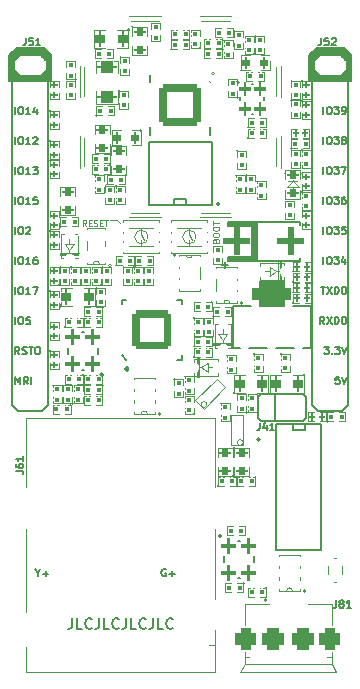
<source format=gto>
G04 #@! TF.GenerationSoftware,KiCad,Pcbnew,6.0.5-a6ca702e91~116~ubuntu20.04.1*
G04 #@! TF.CreationDate,2024-03-02T15:14:06+03:00*
G04 #@! TF.ProjectId,iot-esp-eth-ind,696f742d-6573-4702-9d65-74682d696e64,rev?*
G04 #@! TF.SameCoordinates,PX3072580PYa990340*
G04 #@! TF.FileFunction,Legend,Top*
G04 #@! TF.FilePolarity,Positive*
%FSLAX46Y46*%
G04 Gerber Fmt 4.6, Leading zero omitted, Abs format (unit mm)*
G04 Created by KiCad (PCBNEW 6.0.5-a6ca702e91~116~ubuntu20.04.1) date 2024-03-02 15:14:06*
%MOMM*%
%LPD*%
G01*
G04 APERTURE LIST*
G04 Aperture macros list*
%AMRoundRect*
0 Rectangle with rounded corners*
0 $1 Rounding radius*
0 $2 $3 $4 $5 $6 $7 $8 $9 X,Y pos of 4 corners*
0 Add a 4 corners polygon primitive as box body*
4,1,4,$2,$3,$4,$5,$6,$7,$8,$9,$2,$3,0*
0 Add four circle primitives for the rounded corners*
1,1,$1+$1,$2,$3*
1,1,$1+$1,$4,$5*
1,1,$1+$1,$6,$7*
1,1,$1+$1,$8,$9*
0 Add four rect primitives between the rounded corners*
20,1,$1+$1,$2,$3,$4,$5,0*
20,1,$1+$1,$4,$5,$6,$7,0*
20,1,$1+$1,$6,$7,$8,$9,0*
20,1,$1+$1,$8,$9,$2,$3,0*%
%AMHorizOval*
0 Thick line with rounded ends*
0 $1 width*
0 $2 $3 position (X,Y) of the first rounded end (center of the circle)*
0 $4 $5 position (X,Y) of the second rounded end (center of the circle)*
0 Add line between two ends*
20,1,$1,$2,$3,$4,$5,0*
0 Add two circle primitives to create the rounded ends*
1,1,$1,$2,$3*
1,1,$1,$4,$5*%
G04 Aperture macros list end*
%ADD10C,0.101600*%
%ADD11C,0.127000*%
%ADD12C,0.177800*%
%ADD13C,0.076200*%
%ADD14C,0.152400*%
%ADD15C,0.149860*%
%ADD16C,0.203200*%
%ADD17C,0.120000*%
%ADD18O,1.016000X1.524000*%
%ADD19O,2.540000X1.524000*%
%ADD20RoundRect,0.254000X-0.254000X0.063500X-0.254000X-0.063500X0.254000X-0.063500X0.254000X0.063500X0*%
%ADD21RoundRect,0.254000X0.254000X-0.063500X0.254000X0.063500X-0.254000X0.063500X-0.254000X-0.063500X0*%
%ADD22RoundRect,0.152400X0.038100X0.165100X-0.038100X0.165100X-0.038100X-0.165100X0.038100X-0.165100X0*%
%ADD23O,1.399540X0.599440*%
%ADD24RoundRect,0.152400X-0.165100X0.038100X-0.165100X-0.038100X0.165100X-0.038100X0.165100X0.038100X0*%
%ADD25O,1.016000X2.032000*%
%ADD26RoundRect,0.539750X-1.111250X0.539750X-1.111250X-0.539750X1.111250X-0.539750X1.111250X0.539750X0*%
%ADD27RoundRect,0.152400X0.165100X-0.038100X0.165100X0.038100X-0.165100X0.038100X-0.165100X-0.038100X0*%
%ADD28RoundRect,0.508000X-0.127000X0.190500X-0.127000X-0.190500X0.127000X-0.190500X0.127000X0.190500X0*%
%ADD29RoundRect,0.152400X-0.038100X-0.165100X0.038100X-0.165100X0.038100X0.165100X-0.038100X0.165100X0*%
%ADD30RoundRect,0.508000X0.127000X-0.190500X0.127000X0.190500X-0.127000X0.190500X-0.127000X-0.190500X0*%
%ADD31RoundRect,0.406400X-0.482600X0.101600X-0.482600X-0.101600X0.482600X-0.101600X0.482600X0.101600X0*%
%ADD32RoundRect,0.254000X0.063500X0.254000X-0.063500X0.254000X-0.063500X-0.254000X0.063500X-0.254000X0*%
%ADD33O,0.254000X1.016000*%
%ADD34O,1.016000X0.254000*%
%ADD35RoundRect,0.330200X-1.320800X-1.320800X1.320800X-1.320800X1.320800X1.320800X-1.320800X1.320800X0*%
%ADD36C,3.048000*%
%ADD37RoundRect,0.335280X0.083820X0.363220X-0.083820X0.363220X-0.083820X-0.363220X0.083820X-0.363220X0*%
%ADD38RoundRect,0.254000X-0.063500X-0.254000X0.063500X-0.254000X0.063500X0.254000X-0.063500X0.254000X0*%
%ADD39RoundRect,0.203200X-0.050800X-0.114300X0.050800X-0.114300X0.050800X0.114300X-0.050800X0.114300X0*%
%ADD40O,0.762000X0.914400*%
%ADD41RoundRect,0.203200X0.114300X-0.050800X0.114300X0.050800X-0.114300X0.050800X-0.114300X-0.050800X0*%
%ADD42RoundRect,0.335280X-0.083820X-0.363220X0.083820X-0.363220X0.083820X0.363220X-0.083820X0.363220X0*%
%ADD43O,1.320800X0.508000*%
%ADD44O,0.406400X0.914400*%
%ADD45O,0.914400X0.762000*%
%ADD46O,1.016000X0.812800*%
%ADD47RoundRect,0.203200X-0.114300X0.050800X-0.114300X-0.050800X0.114300X-0.050800X0.114300X0.050800X0*%
%ADD48O,0.762000X0.558800*%
%ADD49O,0.355600X0.635000*%
%ADD50C,0.711200*%
%ADD51O,0.381000X1.270000*%
%ADD52RoundRect,0.444500X-0.444500X0.508000X-0.444500X-0.508000X0.444500X-0.508000X0.444500X0.508000X0*%
%ADD53RoundRect,0.476250X-0.476250X0.476250X-0.476250X-0.476250X0.476250X-0.476250X0.476250X0.476250X0*%
%ADD54RoundRect,0.914400X-0.228600X-0.292100X0.228600X-0.292100X0.228600X0.292100X-0.228600X0.292100X0*%
%ADD55RoundRect,0.203200X0.050800X0.114300X-0.050800X0.114300X-0.050800X-0.114300X0.050800X-0.114300X0*%
%ADD56O,1.371600X0.558800*%
%ADD57C,3.175000*%
%ADD58O,1.651000X2.159000*%
%ADD59O,1.778000X2.286000*%
%ADD60O,2.540000X3.048000*%
%ADD61O,1.143000X1.270000*%
%ADD62O,1.143000X0.838200*%
%ADD63HorizOval,0.812800X-0.071842X0.071842X0.071842X-0.071842X0*%
%ADD64RoundRect,0.406400X-0.101600X0.165100X-0.101600X-0.165100X0.101600X-0.165100X0.101600X0.165100X0*%
%ADD65O,0.177800X0.889000*%
%ADD66O,0.889000X0.177800*%
%ADD67RoundRect,0.355600X1.422400X1.422400X-1.422400X1.422400X-1.422400X-1.422400X1.422400X-1.422400X0*%
%ADD68O,4.318000X1.016000*%
%ADD69O,1.016000X4.318000*%
%ADD70O,1.016000X3.302000*%
%ADD71O,3.302000X1.016000*%
G04 APERTURE END LIST*
D10*
X9398000Y36703000D02*
X9652000Y36449000D01*
X8763000Y36703000D02*
X9398000Y36703000D01*
D11*
X741740Y38066739D02*
X741740Y38701739D01*
X1165073Y38701739D02*
X1286026Y38701739D01*
X1346502Y38671500D01*
X1406978Y38611024D01*
X1437216Y38490072D01*
X1437216Y38278405D01*
X1406978Y38157453D01*
X1346502Y38096977D01*
X1286026Y38066739D01*
X1165073Y38066739D01*
X1104597Y38096977D01*
X1044121Y38157453D01*
X1013883Y38278405D01*
X1013883Y38490072D01*
X1044121Y38611024D01*
X1104597Y38671500D01*
X1165073Y38701739D01*
X2041978Y38066739D02*
X1679121Y38066739D01*
X1860550Y38066739D02*
X1860550Y38701739D01*
X1800073Y38611024D01*
X1739597Y38550548D01*
X1679121Y38520310D01*
X2616502Y38701739D02*
X2314121Y38701739D01*
X2283883Y38399358D01*
X2314121Y38429596D01*
X2374597Y38459834D01*
X2525788Y38459834D01*
X2586264Y38429596D01*
X2616502Y38399358D01*
X2646740Y38338881D01*
X2646740Y38187691D01*
X2616502Y38127215D01*
X2586264Y38096977D01*
X2525788Y38066739D01*
X2374597Y38066739D01*
X2314121Y38096977D01*
X2283883Y38127215D01*
X26907973Y27926373D02*
X26696307Y28228754D01*
X26545116Y27926373D02*
X26545116Y28561373D01*
X26787021Y28561373D01*
X26847497Y28531134D01*
X26877735Y28500896D01*
X26907973Y28440420D01*
X26907973Y28349706D01*
X26877735Y28289230D01*
X26847497Y28258992D01*
X26787021Y28228754D01*
X26545116Y28228754D01*
X27119640Y28561373D02*
X27542973Y27926373D01*
X27542973Y28561373D02*
X27119640Y27926373D01*
X27784878Y27926373D02*
X27784878Y28561373D01*
X27936069Y28561373D01*
X28026783Y28531134D01*
X28087259Y28470658D01*
X28117497Y28410182D01*
X28147735Y28289230D01*
X28147735Y28198515D01*
X28117497Y28077563D01*
X28087259Y28017087D01*
X28026783Y27956611D01*
X27936069Y27926373D01*
X27784878Y27926373D01*
X28540830Y28561373D02*
X28601307Y28561373D01*
X28661783Y28531134D01*
X28692021Y28500896D01*
X28722259Y28440420D01*
X28752497Y28319468D01*
X28752497Y28168277D01*
X28722259Y28047325D01*
X28692021Y27986849D01*
X28661783Y27956611D01*
X28601307Y27926373D01*
X28540830Y27926373D01*
X28480354Y27956611D01*
X28450116Y27986849D01*
X28419878Y28047325D01*
X28389640Y28168277D01*
X28389640Y28319468D01*
X28419878Y28440420D01*
X28450116Y28500896D01*
X28480354Y28531134D01*
X28540830Y28561373D01*
X1104597Y25366739D02*
X892930Y25669120D01*
X741740Y25366739D02*
X741740Y26001739D01*
X983645Y26001739D01*
X1044121Y25971500D01*
X1074359Y25941262D01*
X1104597Y25880786D01*
X1104597Y25790072D01*
X1074359Y25729596D01*
X1044121Y25699358D01*
X983645Y25669120D01*
X741740Y25669120D01*
X1346502Y25396977D02*
X1437216Y25366739D01*
X1588407Y25366739D01*
X1648883Y25396977D01*
X1679121Y25427215D01*
X1709359Y25487691D01*
X1709359Y25548167D01*
X1679121Y25608643D01*
X1648883Y25638881D01*
X1588407Y25669120D01*
X1467454Y25699358D01*
X1406978Y25729596D01*
X1376740Y25759834D01*
X1346502Y25820310D01*
X1346502Y25880786D01*
X1376740Y25941262D01*
X1406978Y25971500D01*
X1467454Y26001739D01*
X1618645Y26001739D01*
X1709359Y25971500D01*
X1890788Y26001739D02*
X2253645Y26001739D01*
X2072216Y25366739D02*
X2072216Y26001739D01*
X2586264Y26001739D02*
X2707216Y26001739D01*
X2767692Y25971500D01*
X2828169Y25911024D01*
X2858407Y25790072D01*
X2858407Y25578405D01*
X2828169Y25457453D01*
X2767692Y25396977D01*
X2707216Y25366739D01*
X2586264Y25366739D01*
X2525788Y25396977D01*
X2465311Y25457453D01*
X2435073Y25578405D01*
X2435073Y25790072D01*
X2465311Y25911024D01*
X2525788Y25971500D01*
X2586264Y26001739D01*
X26847497Y40626373D02*
X26847497Y41261373D01*
X27270830Y41261373D02*
X27391783Y41261373D01*
X27452259Y41231134D01*
X27512735Y41170658D01*
X27542973Y41049706D01*
X27542973Y40838039D01*
X27512735Y40717087D01*
X27452259Y40656611D01*
X27391783Y40626373D01*
X27270830Y40626373D01*
X27210354Y40656611D01*
X27149878Y40717087D01*
X27119640Y40838039D01*
X27119640Y41049706D01*
X27149878Y41170658D01*
X27210354Y41231134D01*
X27270830Y41261373D01*
X27754640Y41261373D02*
X28147735Y41261373D01*
X27936069Y41019468D01*
X28026783Y41019468D01*
X28087259Y40989230D01*
X28117497Y40958992D01*
X28147735Y40898515D01*
X28147735Y40747325D01*
X28117497Y40686849D01*
X28087259Y40656611D01*
X28026783Y40626373D01*
X27845354Y40626373D01*
X27784878Y40656611D01*
X27754640Y40686849D01*
X28359402Y41261373D02*
X28782735Y41261373D01*
X28510592Y40626373D01*
X26847497Y43166373D02*
X26847497Y43801373D01*
X27270830Y43801373D02*
X27391783Y43801373D01*
X27452259Y43771134D01*
X27512735Y43710658D01*
X27542973Y43589706D01*
X27542973Y43378039D01*
X27512735Y43257087D01*
X27452259Y43196611D01*
X27391783Y43166373D01*
X27270830Y43166373D01*
X27210354Y43196611D01*
X27149878Y43257087D01*
X27119640Y43378039D01*
X27119640Y43589706D01*
X27149878Y43710658D01*
X27210354Y43771134D01*
X27270830Y43801373D01*
X27754640Y43801373D02*
X28147735Y43801373D01*
X27936069Y43559468D01*
X28026783Y43559468D01*
X28087259Y43529230D01*
X28117497Y43498992D01*
X28147735Y43438515D01*
X28147735Y43287325D01*
X28117497Y43226849D01*
X28087259Y43196611D01*
X28026783Y43166373D01*
X27845354Y43166373D01*
X27784878Y43196611D01*
X27754640Y43226849D01*
X28510592Y43529230D02*
X28450116Y43559468D01*
X28419878Y43589706D01*
X28389640Y43650182D01*
X28389640Y43680420D01*
X28419878Y43740896D01*
X28450116Y43771134D01*
X28510592Y43801373D01*
X28631545Y43801373D01*
X28692021Y43771134D01*
X28722259Y43740896D01*
X28752497Y43680420D01*
X28752497Y43650182D01*
X28722259Y43589706D01*
X28692021Y43559468D01*
X28631545Y43529230D01*
X28510592Y43529230D01*
X28450116Y43498992D01*
X28419878Y43468754D01*
X28389640Y43408277D01*
X28389640Y43287325D01*
X28419878Y43226849D01*
X28450116Y43196611D01*
X28510592Y43166373D01*
X28631545Y43166373D01*
X28692021Y43196611D01*
X28722259Y43226849D01*
X28752497Y43287325D01*
X28752497Y43408277D01*
X28722259Y43468754D01*
X28692021Y43498992D01*
X28631545Y43529230D01*
D10*
X6755190Y36219191D02*
X6585857Y36461096D01*
X6464904Y36219191D02*
X6464904Y36727191D01*
X6658428Y36727191D01*
X6706809Y36703000D01*
X6731000Y36678810D01*
X6755190Y36630429D01*
X6755190Y36557858D01*
X6731000Y36509477D01*
X6706809Y36485286D01*
X6658428Y36461096D01*
X6464904Y36461096D01*
X6972904Y36485286D02*
X7142238Y36485286D01*
X7214809Y36219191D02*
X6972904Y36219191D01*
X6972904Y36727191D01*
X7214809Y36727191D01*
X7408333Y36243381D02*
X7480904Y36219191D01*
X7601857Y36219191D01*
X7650238Y36243381D01*
X7674428Y36267572D01*
X7698619Y36315953D01*
X7698619Y36364334D01*
X7674428Y36412715D01*
X7650238Y36436905D01*
X7601857Y36461096D01*
X7505095Y36485286D01*
X7456714Y36509477D01*
X7432523Y36533667D01*
X7408333Y36582048D01*
X7408333Y36630429D01*
X7432523Y36678810D01*
X7456714Y36703000D01*
X7505095Y36727191D01*
X7626047Y36727191D01*
X7698619Y36703000D01*
X7916333Y36485286D02*
X8085666Y36485286D01*
X8158238Y36219191D02*
X7916333Y36219191D01*
X7916333Y36727191D01*
X8158238Y36727191D01*
X8303380Y36727191D02*
X8593666Y36727191D01*
X8448523Y36219191D02*
X8448523Y36727191D01*
D11*
X741740Y40606739D02*
X741740Y41241739D01*
X1165073Y41241739D02*
X1286026Y41241739D01*
X1346502Y41211500D01*
X1406978Y41151024D01*
X1437216Y41030072D01*
X1437216Y40818405D01*
X1406978Y40697453D01*
X1346502Y40636977D01*
X1286026Y40606739D01*
X1165073Y40606739D01*
X1104597Y40636977D01*
X1044121Y40697453D01*
X1013883Y40818405D01*
X1013883Y41030072D01*
X1044121Y41151024D01*
X1104597Y41211500D01*
X1165073Y41241739D01*
X2041978Y40606739D02*
X1679121Y40606739D01*
X1860550Y40606739D02*
X1860550Y41241739D01*
X1800073Y41151024D01*
X1739597Y41090548D01*
X1679121Y41060310D01*
X2253645Y41241739D02*
X2646740Y41241739D01*
X2435073Y40999834D01*
X2525788Y40999834D01*
X2586264Y40969596D01*
X2616502Y40939358D01*
X2646740Y40878881D01*
X2646740Y40727691D01*
X2616502Y40667215D01*
X2586264Y40636977D01*
X2525788Y40606739D01*
X2344359Y40606739D01*
X2283883Y40636977D01*
X2253645Y40667215D01*
D10*
X17743714Y34997572D02*
X17767904Y35070143D01*
X17792095Y35094334D01*
X17840476Y35118524D01*
X17913047Y35118524D01*
X17961428Y35094334D01*
X17985619Y35070143D01*
X18009809Y35021762D01*
X18009809Y34828239D01*
X17501809Y34828239D01*
X17501809Y34997572D01*
X17526000Y35045953D01*
X17550190Y35070143D01*
X17598571Y35094334D01*
X17646952Y35094334D01*
X17695333Y35070143D01*
X17719523Y35045953D01*
X17743714Y34997572D01*
X17743714Y34828239D01*
X17501809Y35433000D02*
X17501809Y35529762D01*
X17526000Y35578143D01*
X17574380Y35626524D01*
X17671142Y35650715D01*
X17840476Y35650715D01*
X17937238Y35626524D01*
X17985619Y35578143D01*
X18009809Y35529762D01*
X18009809Y35433000D01*
X17985619Y35384620D01*
X17937238Y35336239D01*
X17840476Y35312048D01*
X17671142Y35312048D01*
X17574380Y35336239D01*
X17526000Y35384620D01*
X17501809Y35433000D01*
X17501809Y35965191D02*
X17501809Y36061953D01*
X17526000Y36110334D01*
X17574380Y36158715D01*
X17671142Y36182905D01*
X17840476Y36182905D01*
X17937238Y36158715D01*
X17985619Y36110334D01*
X18009809Y36061953D01*
X18009809Y35965191D01*
X17985619Y35916810D01*
X17937238Y35868429D01*
X17840476Y35844239D01*
X17671142Y35844239D01*
X17574380Y35868429D01*
X17526000Y35916810D01*
X17501809Y35965191D01*
X17501809Y36328048D02*
X17501809Y36618334D01*
X18009809Y36473191D02*
X17501809Y36473191D01*
D12*
X5596466Y3026834D02*
X5596466Y2391834D01*
X5554133Y2264834D01*
X5469466Y2180167D01*
X5342466Y2137834D01*
X5257800Y2137834D01*
X6443133Y2137834D02*
X6019800Y2137834D01*
X6019800Y3026834D01*
X7247466Y2222500D02*
X7205133Y2180167D01*
X7078133Y2137834D01*
X6993466Y2137834D01*
X6866466Y2180167D01*
X6781800Y2264834D01*
X6739466Y2349500D01*
X6697133Y2518834D01*
X6697133Y2645834D01*
X6739466Y2815167D01*
X6781800Y2899834D01*
X6866466Y2984500D01*
X6993466Y3026834D01*
X7078133Y3026834D01*
X7205133Y2984500D01*
X7247466Y2942167D01*
X7882466Y3026834D02*
X7882466Y2391834D01*
X7840133Y2264834D01*
X7755466Y2180167D01*
X7628466Y2137834D01*
X7543800Y2137834D01*
X8729133Y2137834D02*
X8305800Y2137834D01*
X8305800Y3026834D01*
X9533466Y2222500D02*
X9491133Y2180167D01*
X9364133Y2137834D01*
X9279466Y2137834D01*
X9152466Y2180167D01*
X9067800Y2264834D01*
X9025466Y2349500D01*
X8983133Y2518834D01*
X8983133Y2645834D01*
X9025466Y2815167D01*
X9067800Y2899834D01*
X9152466Y2984500D01*
X9279466Y3026834D01*
X9364133Y3026834D01*
X9491133Y2984500D01*
X9533466Y2942167D01*
X10168466Y3026834D02*
X10168466Y2391834D01*
X10126133Y2264834D01*
X10041466Y2180167D01*
X9914466Y2137834D01*
X9829800Y2137834D01*
X11015133Y2137834D02*
X10591800Y2137834D01*
X10591800Y3026834D01*
X11819466Y2222500D02*
X11777133Y2180167D01*
X11650133Y2137834D01*
X11565466Y2137834D01*
X11438466Y2180167D01*
X11353800Y2264834D01*
X11311466Y2349500D01*
X11269133Y2518834D01*
X11269133Y2645834D01*
X11311466Y2815167D01*
X11353800Y2899834D01*
X11438466Y2984500D01*
X11565466Y3026834D01*
X11650133Y3026834D01*
X11777133Y2984500D01*
X11819466Y2942167D01*
X12454466Y3026834D02*
X12454466Y2391834D01*
X12412133Y2264834D01*
X12327466Y2180167D01*
X12200466Y2137834D01*
X12115800Y2137834D01*
X13301133Y2137834D02*
X12877800Y2137834D01*
X12877800Y3026834D01*
X14105466Y2222500D02*
X14063133Y2180167D01*
X13936133Y2137834D01*
X13851466Y2137834D01*
X13724466Y2180167D01*
X13639800Y2264834D01*
X13597466Y2349500D01*
X13555133Y2518834D01*
X13555133Y2645834D01*
X13597466Y2815167D01*
X13639800Y2899834D01*
X13724466Y2984500D01*
X13851466Y3026834D01*
X13936133Y3026834D01*
X14063133Y2984500D01*
X14105466Y2942167D01*
D11*
X741740Y45686739D02*
X741740Y46321739D01*
X1165073Y46321739D02*
X1286026Y46321739D01*
X1346502Y46291500D01*
X1406978Y46231024D01*
X1437216Y46110072D01*
X1437216Y45898405D01*
X1406978Y45777453D01*
X1346502Y45716977D01*
X1286026Y45686739D01*
X1165073Y45686739D01*
X1104597Y45716977D01*
X1044121Y45777453D01*
X1013883Y45898405D01*
X1013883Y46110072D01*
X1044121Y46231024D01*
X1104597Y46291500D01*
X1165073Y46321739D01*
X2041978Y45686739D02*
X1679121Y45686739D01*
X1860550Y45686739D02*
X1860550Y46321739D01*
X1800073Y46231024D01*
X1739597Y46170548D01*
X1679121Y46140310D01*
X2586264Y46110072D02*
X2586264Y45686739D01*
X2435073Y46351977D02*
X2283883Y45898405D01*
X2676978Y45898405D01*
X741740Y27906739D02*
X741740Y28541739D01*
X1165073Y28541739D02*
X1286026Y28541739D01*
X1346502Y28511500D01*
X1406978Y28451024D01*
X1437216Y28330072D01*
X1437216Y28118405D01*
X1406978Y27997453D01*
X1346502Y27936977D01*
X1286026Y27906739D01*
X1165073Y27906739D01*
X1104597Y27936977D01*
X1044121Y27997453D01*
X1013883Y28118405D01*
X1013883Y28330072D01*
X1044121Y28451024D01*
X1104597Y28511500D01*
X1165073Y28541739D01*
X2011740Y28541739D02*
X1709359Y28541739D01*
X1679121Y28239358D01*
X1709359Y28269596D01*
X1769835Y28299834D01*
X1921026Y28299834D01*
X1981502Y28269596D01*
X2011740Y28239358D01*
X2041978Y28178881D01*
X2041978Y28027691D01*
X2011740Y27967215D01*
X1981502Y27936977D01*
X1921026Y27906739D01*
X1769835Y27906739D01*
X1709359Y27936977D01*
X1679121Y27967215D01*
X26605592Y31101373D02*
X26968450Y31101373D01*
X26787021Y30466373D02*
X26787021Y31101373D01*
X27119640Y31101373D02*
X27542973Y30466373D01*
X27542973Y31101373D02*
X27119640Y30466373D01*
X27784878Y30466373D02*
X27784878Y31101373D01*
X27936069Y31101373D01*
X28026783Y31071134D01*
X28087259Y31010658D01*
X28117497Y30950182D01*
X28147735Y30829230D01*
X28147735Y30738515D01*
X28117497Y30617563D01*
X28087259Y30557087D01*
X28026783Y30496611D01*
X27936069Y30466373D01*
X27784878Y30466373D01*
X28540830Y31101373D02*
X28601307Y31101373D01*
X28661783Y31071134D01*
X28692021Y31040896D01*
X28722259Y30980420D01*
X28752497Y30859468D01*
X28752497Y30708277D01*
X28722259Y30587325D01*
X28692021Y30526849D01*
X28661783Y30496611D01*
X28601307Y30466373D01*
X28540830Y30466373D01*
X28480354Y30496611D01*
X28450116Y30526849D01*
X28419878Y30587325D01*
X28389640Y30708277D01*
X28389640Y30859468D01*
X28419878Y30980420D01*
X28450116Y31040896D01*
X28480354Y31071134D01*
X28540830Y31101373D01*
X741740Y22826739D02*
X741740Y23461739D01*
X953407Y23008167D01*
X1165073Y23461739D01*
X1165073Y22826739D01*
X1830311Y22826739D02*
X1618645Y23129120D01*
X1467454Y22826739D02*
X1467454Y23461739D01*
X1709359Y23461739D01*
X1769835Y23431500D01*
X1800073Y23401262D01*
X1830311Y23340786D01*
X1830311Y23250072D01*
X1800073Y23189596D01*
X1769835Y23159358D01*
X1709359Y23129120D01*
X1467454Y23129120D01*
X2102454Y22826739D02*
X2102454Y23461739D01*
X26907973Y26021373D02*
X27301069Y26021373D01*
X27089402Y25779468D01*
X27180116Y25779468D01*
X27240592Y25749230D01*
X27270830Y25718992D01*
X27301069Y25658515D01*
X27301069Y25507325D01*
X27270830Y25446849D01*
X27240592Y25416611D01*
X27180116Y25386373D01*
X26998688Y25386373D01*
X26938211Y25416611D01*
X26907973Y25446849D01*
X27573211Y25446849D02*
X27603450Y25416611D01*
X27573211Y25386373D01*
X27542973Y25416611D01*
X27573211Y25446849D01*
X27573211Y25386373D01*
X27815116Y26021373D02*
X28208211Y26021373D01*
X27996545Y25779468D01*
X28087259Y25779468D01*
X28147735Y25749230D01*
X28177973Y25718992D01*
X28208211Y25658515D01*
X28208211Y25507325D01*
X28177973Y25446849D01*
X28147735Y25416611D01*
X28087259Y25386373D01*
X27905830Y25386373D01*
X27845354Y25416611D01*
X27815116Y25446849D01*
X28389640Y26021373D02*
X28601307Y25386373D01*
X28812973Y26021373D01*
X741740Y43146739D02*
X741740Y43781739D01*
X1165073Y43781739D02*
X1286026Y43781739D01*
X1346502Y43751500D01*
X1406978Y43691024D01*
X1437216Y43570072D01*
X1437216Y43358405D01*
X1406978Y43237453D01*
X1346502Y43176977D01*
X1286026Y43146739D01*
X1165073Y43146739D01*
X1104597Y43176977D01*
X1044121Y43237453D01*
X1013883Y43358405D01*
X1013883Y43570072D01*
X1044121Y43691024D01*
X1104597Y43751500D01*
X1165073Y43781739D01*
X2041978Y43146739D02*
X1679121Y43146739D01*
X1860550Y43146739D02*
X1860550Y43781739D01*
X1800073Y43691024D01*
X1739597Y43630548D01*
X1679121Y43600310D01*
X2283883Y43721262D02*
X2314121Y43751500D01*
X2374597Y43781739D01*
X2525788Y43781739D01*
X2586264Y43751500D01*
X2616502Y43721262D01*
X2646740Y43660786D01*
X2646740Y43600310D01*
X2616502Y43509596D01*
X2253645Y43146739D01*
X2646740Y43146739D01*
X26847497Y33006373D02*
X26847497Y33641373D01*
X27270830Y33641373D02*
X27391783Y33641373D01*
X27452259Y33611134D01*
X27512735Y33550658D01*
X27542973Y33429706D01*
X27542973Y33218039D01*
X27512735Y33097087D01*
X27452259Y33036611D01*
X27391783Y33006373D01*
X27270830Y33006373D01*
X27210354Y33036611D01*
X27149878Y33097087D01*
X27119640Y33218039D01*
X27119640Y33429706D01*
X27149878Y33550658D01*
X27210354Y33611134D01*
X27270830Y33641373D01*
X27754640Y33641373D02*
X28147735Y33641373D01*
X27936069Y33399468D01*
X28026783Y33399468D01*
X28087259Y33369230D01*
X28117497Y33338992D01*
X28147735Y33278515D01*
X28147735Y33127325D01*
X28117497Y33066849D01*
X28087259Y33036611D01*
X28026783Y33006373D01*
X27845354Y33006373D01*
X27784878Y33036611D01*
X27754640Y33066849D01*
X28692021Y33429706D02*
X28692021Y33006373D01*
X28540830Y33671611D02*
X28389640Y33218039D01*
X28782735Y33218039D01*
X28177973Y23481373D02*
X27875592Y23481373D01*
X27845354Y23178992D01*
X27875592Y23209230D01*
X27936069Y23239468D01*
X28087259Y23239468D01*
X28147735Y23209230D01*
X28177973Y23178992D01*
X28208211Y23118515D01*
X28208211Y22967325D01*
X28177973Y22906849D01*
X28147735Y22876611D01*
X28087259Y22846373D01*
X27936069Y22846373D01*
X27875592Y22876611D01*
X27845354Y22906849D01*
X28389640Y23481373D02*
X28601307Y22846373D01*
X28812973Y23481373D01*
X26847497Y45706373D02*
X26847497Y46341373D01*
X27270830Y46341373D02*
X27391783Y46341373D01*
X27452259Y46311134D01*
X27512735Y46250658D01*
X27542973Y46129706D01*
X27542973Y45918039D01*
X27512735Y45797087D01*
X27452259Y45736611D01*
X27391783Y45706373D01*
X27270830Y45706373D01*
X27210354Y45736611D01*
X27149878Y45797087D01*
X27119640Y45918039D01*
X27119640Y46129706D01*
X27149878Y46250658D01*
X27210354Y46311134D01*
X27270830Y46341373D01*
X27754640Y46341373D02*
X28147735Y46341373D01*
X27936069Y46099468D01*
X28026783Y46099468D01*
X28087259Y46069230D01*
X28117497Y46038992D01*
X28147735Y45978515D01*
X28147735Y45827325D01*
X28117497Y45766849D01*
X28087259Y45736611D01*
X28026783Y45706373D01*
X27845354Y45706373D01*
X27784878Y45736611D01*
X27754640Y45766849D01*
X28450116Y45706373D02*
X28571069Y45706373D01*
X28631545Y45736611D01*
X28661783Y45766849D01*
X28722259Y45857563D01*
X28752497Y45978515D01*
X28752497Y46220420D01*
X28722259Y46280896D01*
X28692021Y46311134D01*
X28631545Y46341373D01*
X28510592Y46341373D01*
X28450116Y46311134D01*
X28419878Y46280896D01*
X28389640Y46220420D01*
X28389640Y46069230D01*
X28419878Y46008754D01*
X28450116Y45978515D01*
X28510592Y45948277D01*
X28631545Y45948277D01*
X28692021Y45978515D01*
X28722259Y46008754D01*
X28752497Y46069230D01*
X741740Y32986739D02*
X741740Y33621739D01*
X1165073Y33621739D02*
X1286026Y33621739D01*
X1346502Y33591500D01*
X1406978Y33531024D01*
X1437216Y33410072D01*
X1437216Y33198405D01*
X1406978Y33077453D01*
X1346502Y33016977D01*
X1286026Y32986739D01*
X1165073Y32986739D01*
X1104597Y33016977D01*
X1044121Y33077453D01*
X1013883Y33198405D01*
X1013883Y33410072D01*
X1044121Y33531024D01*
X1104597Y33591500D01*
X1165073Y33621739D01*
X2041978Y32986739D02*
X1679121Y32986739D01*
X1860550Y32986739D02*
X1860550Y33621739D01*
X1800073Y33531024D01*
X1739597Y33470548D01*
X1679121Y33440310D01*
X2586264Y33621739D02*
X2465311Y33621739D01*
X2404835Y33591500D01*
X2374597Y33561262D01*
X2314121Y33470548D01*
X2283883Y33349596D01*
X2283883Y33107691D01*
X2314121Y33047215D01*
X2344359Y33016977D01*
X2404835Y32986739D01*
X2525788Y32986739D01*
X2586264Y33016977D01*
X2616502Y33047215D01*
X2646740Y33107691D01*
X2646740Y33258881D01*
X2616502Y33319358D01*
X2586264Y33349596D01*
X2525788Y33379834D01*
X2404835Y33379834D01*
X2344359Y33349596D01*
X2314121Y33319358D01*
X2283883Y33258881D01*
X26847497Y38086373D02*
X26847497Y38721373D01*
X27270830Y38721373D02*
X27391783Y38721373D01*
X27452259Y38691134D01*
X27512735Y38630658D01*
X27542973Y38509706D01*
X27542973Y38298039D01*
X27512735Y38177087D01*
X27452259Y38116611D01*
X27391783Y38086373D01*
X27270830Y38086373D01*
X27210354Y38116611D01*
X27149878Y38177087D01*
X27119640Y38298039D01*
X27119640Y38509706D01*
X27149878Y38630658D01*
X27210354Y38691134D01*
X27270830Y38721373D01*
X27754640Y38721373D02*
X28147735Y38721373D01*
X27936069Y38479468D01*
X28026783Y38479468D01*
X28087259Y38449230D01*
X28117497Y38418992D01*
X28147735Y38358515D01*
X28147735Y38207325D01*
X28117497Y38146849D01*
X28087259Y38116611D01*
X28026783Y38086373D01*
X27845354Y38086373D01*
X27784878Y38116611D01*
X27754640Y38146849D01*
X28692021Y38721373D02*
X28571069Y38721373D01*
X28510592Y38691134D01*
X28480354Y38660896D01*
X28419878Y38570182D01*
X28389640Y38449230D01*
X28389640Y38207325D01*
X28419878Y38146849D01*
X28450116Y38116611D01*
X28510592Y38086373D01*
X28631545Y38086373D01*
X28692021Y38116611D01*
X28722259Y38146849D01*
X28752497Y38207325D01*
X28752497Y38358515D01*
X28722259Y38418992D01*
X28692021Y38449230D01*
X28631545Y38479468D01*
X28510592Y38479468D01*
X28450116Y38449230D01*
X28419878Y38418992D01*
X28389640Y38358515D01*
X26847497Y35546373D02*
X26847497Y36181373D01*
X27270830Y36181373D02*
X27391783Y36181373D01*
X27452259Y36151134D01*
X27512735Y36090658D01*
X27542973Y35969706D01*
X27542973Y35758039D01*
X27512735Y35637087D01*
X27452259Y35576611D01*
X27391783Y35546373D01*
X27270830Y35546373D01*
X27210354Y35576611D01*
X27149878Y35637087D01*
X27119640Y35758039D01*
X27119640Y35969706D01*
X27149878Y36090658D01*
X27210354Y36151134D01*
X27270830Y36181373D01*
X27754640Y36181373D02*
X28147735Y36181373D01*
X27936069Y35939468D01*
X28026783Y35939468D01*
X28087259Y35909230D01*
X28117497Y35878992D01*
X28147735Y35818515D01*
X28147735Y35667325D01*
X28117497Y35606849D01*
X28087259Y35576611D01*
X28026783Y35546373D01*
X27845354Y35546373D01*
X27784878Y35576611D01*
X27754640Y35606849D01*
X28722259Y36181373D02*
X28419878Y36181373D01*
X28389640Y35878992D01*
X28419878Y35909230D01*
X28480354Y35939468D01*
X28631545Y35939468D01*
X28692021Y35909230D01*
X28722259Y35878992D01*
X28752497Y35818515D01*
X28752497Y35667325D01*
X28722259Y35606849D01*
X28692021Y35576611D01*
X28631545Y35546373D01*
X28480354Y35546373D01*
X28419878Y35576611D01*
X28389640Y35606849D01*
X741740Y30446739D02*
X741740Y31081739D01*
X1165073Y31081739D02*
X1286026Y31081739D01*
X1346502Y31051500D01*
X1406978Y30991024D01*
X1437216Y30870072D01*
X1437216Y30658405D01*
X1406978Y30537453D01*
X1346502Y30476977D01*
X1286026Y30446739D01*
X1165073Y30446739D01*
X1104597Y30476977D01*
X1044121Y30537453D01*
X1013883Y30658405D01*
X1013883Y30870072D01*
X1044121Y30991024D01*
X1104597Y31051500D01*
X1165073Y31081739D01*
X2041978Y30446739D02*
X1679121Y30446739D01*
X1860550Y30446739D02*
X1860550Y31081739D01*
X1800073Y30991024D01*
X1739597Y30930548D01*
X1679121Y30900310D01*
X2253645Y31081739D02*
X2676978Y31081739D01*
X2404835Y30446739D01*
X741740Y35526739D02*
X741740Y36161739D01*
X1165073Y36161739D02*
X1286026Y36161739D01*
X1346502Y36131500D01*
X1406978Y36071024D01*
X1437216Y35950072D01*
X1437216Y35738405D01*
X1406978Y35617453D01*
X1346502Y35556977D01*
X1286026Y35526739D01*
X1165073Y35526739D01*
X1104597Y35556977D01*
X1044121Y35617453D01*
X1013883Y35738405D01*
X1013883Y35950072D01*
X1044121Y36071024D01*
X1104597Y36131500D01*
X1165073Y36161739D01*
X1679121Y36101262D02*
X1709359Y36131500D01*
X1769835Y36161739D01*
X1921026Y36161739D01*
X1981502Y36131500D01*
X2011740Y36101262D01*
X2041978Y36040786D01*
X2041978Y35980310D01*
X2011740Y35889596D01*
X1648883Y35526739D01*
X2041978Y35526739D01*
G04 #@! TO.C,J41*
X21456952Y19575539D02*
X21456952Y19121967D01*
X21426714Y19031253D01*
X21366238Y18970777D01*
X21275523Y18940539D01*
X21215047Y18940539D01*
X22031476Y19363872D02*
X22031476Y18940539D01*
X21880285Y19605777D02*
X21729095Y19152205D01*
X22122190Y19152205D01*
X22696714Y18940539D02*
X22333857Y18940539D01*
X22515285Y18940539D02*
X22515285Y19575539D01*
X22454809Y19484824D01*
X22394333Y19424348D01*
X22333857Y19394110D01*
G04 #@! TO.C,J81*
X27933952Y4538739D02*
X27933952Y4085167D01*
X27903714Y3994453D01*
X27843238Y3933977D01*
X27752523Y3903739D01*
X27692047Y3903739D01*
X28327047Y4266596D02*
X28266571Y4296834D01*
X28236333Y4327072D01*
X28206095Y4387548D01*
X28206095Y4417786D01*
X28236333Y4478262D01*
X28266571Y4508500D01*
X28327047Y4538739D01*
X28448000Y4538739D01*
X28508476Y4508500D01*
X28538714Y4478262D01*
X28568952Y4417786D01*
X28568952Y4387548D01*
X28538714Y4327072D01*
X28508476Y4296834D01*
X28448000Y4266596D01*
X28327047Y4266596D01*
X28266571Y4236358D01*
X28236333Y4206120D01*
X28206095Y4145643D01*
X28206095Y4024691D01*
X28236333Y3964215D01*
X28266571Y3933977D01*
X28327047Y3903739D01*
X28448000Y3903739D01*
X28508476Y3933977D01*
X28538714Y3964215D01*
X28568952Y4024691D01*
X28568952Y4145643D01*
X28538714Y4206120D01*
X28508476Y4236358D01*
X28448000Y4266596D01*
X29173714Y3903739D02*
X28810857Y3903739D01*
X28992285Y3903739D02*
X28992285Y4538739D01*
X28931809Y4448024D01*
X28871333Y4387548D01*
X28810857Y4357310D01*
G04 #@! TO.C,J52*
X26663952Y52163739D02*
X26663952Y51710167D01*
X26633714Y51619453D01*
X26573238Y51558977D01*
X26482523Y51528739D01*
X26422047Y51528739D01*
X27268714Y52163739D02*
X26966333Y52163739D01*
X26936095Y51861358D01*
X26966333Y51891596D01*
X27026809Y51921834D01*
X27178000Y51921834D01*
X27238476Y51891596D01*
X27268714Y51861358D01*
X27298952Y51800881D01*
X27298952Y51649691D01*
X27268714Y51589215D01*
X27238476Y51558977D01*
X27178000Y51528739D01*
X27026809Y51528739D01*
X26966333Y51558977D01*
X26936095Y51589215D01*
X27540857Y52103262D02*
X27571095Y52133500D01*
X27631571Y52163739D01*
X27782761Y52163739D01*
X27843238Y52133500D01*
X27873476Y52103262D01*
X27903714Y52042786D01*
X27903714Y51982310D01*
X27873476Y51891596D01*
X27510619Y51528739D01*
X27903714Y51528739D01*
G04 #@! TO.C,C42*
X18284095Y32939643D02*
X18767904Y32939643D01*
X18526000Y32697739D02*
X18526000Y33181548D01*
G04 #@! TO.C,J61*
X795261Y15487953D02*
X1248833Y15487953D01*
X1339547Y15457715D01*
X1400023Y15397239D01*
X1430261Y15306524D01*
X1430261Y15246048D01*
X795261Y16062477D02*
X795261Y15941524D01*
X825500Y15881048D01*
X855738Y15850810D01*
X946452Y15790334D01*
X1067404Y15760096D01*
X1309309Y15760096D01*
X1369785Y15790334D01*
X1400023Y15820572D01*
X1430261Y15881048D01*
X1430261Y16002000D01*
X1400023Y16062477D01*
X1369785Y16092715D01*
X1309309Y16122953D01*
X1158119Y16122953D01*
X1097642Y16092715D01*
X1067404Y16062477D01*
X1037166Y16002000D01*
X1037166Y15881048D01*
X1067404Y15820572D01*
X1097642Y15790334D01*
X1158119Y15760096D01*
X1430261Y16727715D02*
X1430261Y16364858D01*
X1430261Y16546286D02*
X795261Y16546286D01*
X885976Y16485810D01*
X946452Y16425334D01*
X976690Y16364858D01*
X2654904Y6873120D02*
X2654904Y6570739D01*
X2443238Y7205739D02*
X2654904Y6873120D01*
X2866571Y7205739D01*
X3078238Y6812643D02*
X3562047Y6812643D01*
X3320142Y6570739D02*
X3320142Y7054548D01*
X13489214Y7175500D02*
X13428738Y7205739D01*
X13338023Y7205739D01*
X13247309Y7175500D01*
X13186833Y7115024D01*
X13156595Y7054548D01*
X13126357Y6933596D01*
X13126357Y6842881D01*
X13156595Y6721929D01*
X13186833Y6661453D01*
X13247309Y6600977D01*
X13338023Y6570739D01*
X13398500Y6570739D01*
X13489214Y6600977D01*
X13519452Y6631215D01*
X13519452Y6842881D01*
X13398500Y6842881D01*
X13791595Y6812643D02*
X14275404Y6812643D01*
X14033500Y6570739D02*
X14033500Y7054548D01*
G04 #@! TO.C,J51*
X1644952Y52163739D02*
X1644952Y51710167D01*
X1614714Y51619453D01*
X1554238Y51558977D01*
X1463523Y51528739D01*
X1403047Y51528739D01*
X2249714Y52163739D02*
X1947333Y52163739D01*
X1917095Y51861358D01*
X1947333Y51891596D01*
X2007809Y51921834D01*
X2159000Y51921834D01*
X2219476Y51891596D01*
X2249714Y51861358D01*
X2279952Y51800881D01*
X2279952Y51649691D01*
X2249714Y51589215D01*
X2219476Y51558977D01*
X2159000Y51528739D01*
X2007809Y51528739D01*
X1947333Y51558977D01*
X1917095Y51589215D01*
X2884714Y51528739D02*
X2521857Y51528739D01*
X2703285Y51528739D02*
X2703285Y52163739D01*
X2642809Y52073024D01*
X2582333Y52012548D01*
X2521857Y51982310D01*
D10*
G04 #@! TO.C,C22*
X11938000Y53098700D02*
X10668000Y53098700D01*
X11938000Y52336700D02*
X11938000Y53098700D01*
X11938000Y50685700D02*
X11938000Y51447700D01*
X11938000Y50685700D02*
X10668000Y50685700D01*
X10668000Y53098700D02*
X10668000Y52336700D01*
X10668000Y50685700D02*
X10668000Y51447700D01*
X10731500Y53098700D02*
G75*
G03*
X10731500Y53098700I-63500J0D01*
G01*
G04 #@! TO.C,L81*
X17907000Y17462500D02*
X19177000Y17462500D01*
X19177000Y17462500D02*
X19177000Y16700500D01*
X17907000Y17462500D02*
X17907000Y16700500D01*
X17907000Y15049500D02*
X19177000Y15049500D01*
X17907000Y15811500D02*
X17907000Y15049500D01*
X19177000Y15049500D02*
X19177000Y15811500D01*
X19240500Y15049500D02*
G75*
G03*
X19240500Y15049500I-63500J0D01*
G01*
G04 #@! TO.C,L2*
X10160000Y42989500D02*
X10160000Y42227500D01*
X8890000Y42989500D02*
X10160000Y42989500D01*
X8890000Y42989500D02*
X8890000Y42227500D01*
X10160000Y40576500D02*
X10160000Y41338500D01*
X8890000Y41338500D02*
X8890000Y40576500D01*
X8890000Y40576500D02*
X10160000Y40576500D01*
X10223500Y40576500D02*
G75*
G03*
X10223500Y40576500I-63500J0D01*
G01*
D13*
G04 #@! TO.C,C87*
X20066000Y14224000D02*
X19558000Y14224000D01*
X19558000Y14224000D02*
X19558000Y14986000D01*
X21082000Y14986000D02*
X20574000Y14986000D01*
X20574000Y14224000D02*
X21082000Y14224000D01*
X19558000Y14986000D02*
X20066000Y14986000D01*
X21082000Y14224000D02*
X21082000Y14986000D01*
X21145500Y14986000D02*
G75*
G03*
X21145500Y14986000I-63500J0D01*
G01*
D11*
G04 #@! TO.C,U81*
X25273000Y18923000D02*
X24257000Y18923000D01*
X24257000Y18923000D02*
X24257000Y19431000D01*
X26670000Y19431000D02*
X22860000Y19431000D01*
X25273000Y19431000D02*
X25273000Y18923000D01*
X22860000Y19431000D02*
X22860000Y8763000D01*
X26670000Y8763000D02*
X22860000Y8763000D01*
X26670000Y8763000D02*
X26670000Y19431000D01*
D14*
X21463000Y18161000D02*
G75*
G03*
X21463000Y18161000I-127000J0D01*
G01*
D13*
G04 #@! TO.C,C7*
X21844000Y52324000D02*
X21082000Y52324000D01*
X21844000Y50800000D02*
X21082000Y50800000D01*
X21844000Y51308000D02*
X21844000Y50800000D01*
X21082000Y52324000D02*
X21082000Y51816000D01*
X21082000Y50800000D02*
X21082000Y51308000D01*
X21844000Y51816000D02*
X21844000Y52324000D01*
X21145500Y52324000D02*
G75*
G03*
X21145500Y52324000I-63500J0D01*
G01*
G04 #@! TO.C,R72*
X8890000Y32766000D02*
X8128000Y32766000D01*
X8890000Y31750000D02*
X8890000Y31242000D01*
X8890000Y31242000D02*
X8128000Y31242000D01*
X8128000Y31242000D02*
X8128000Y31750000D01*
X8890000Y32258000D02*
X8890000Y32766000D01*
X8128000Y32766000D02*
X8128000Y32258000D01*
X8191500Y32766000D02*
G75*
G03*
X8191500Y32766000I-63500J0D01*
G01*
G04 #@! TO.C,C24*
X9144000Y39624000D02*
X8382000Y39624000D01*
X9144000Y39116000D02*
X9144000Y39624000D01*
X9144000Y38100000D02*
X8382000Y38100000D01*
X8382000Y38100000D02*
X8382000Y38608000D01*
X8382000Y39624000D02*
X8382000Y39116000D01*
X9144000Y38608000D02*
X9144000Y38100000D01*
X8445500Y39624000D02*
G75*
G03*
X8445500Y39624000I-63500J0D01*
G01*
D11*
G04 #@! TO.C,U41*
X22098000Y25908000D02*
X20574000Y25908000D01*
X20701000Y29464000D02*
X19177000Y29464000D01*
X25146000Y25908000D02*
X25781000Y25908000D01*
X24384000Y25908000D02*
X22860000Y25908000D01*
X19177000Y29464000D02*
X19177000Y25908000D01*
X25781000Y29464000D02*
X24257000Y29464000D01*
X25781000Y29464000D02*
X25781000Y25908000D01*
X19812000Y25908000D02*
X19177000Y25908000D01*
D10*
G04 #@! TO.C,D42*
X23622000Y38544500D02*
X23622000Y39306500D01*
X24765000Y39497000D02*
X23749000Y39497000D01*
X24904700Y40703500D02*
X25031700Y40703500D01*
X23609300Y40703500D02*
X23482300Y40703500D01*
X24892000Y38544500D02*
X23622000Y38544500D01*
X24892000Y40195500D02*
X24892000Y40957500D01*
X23876000Y40005000D02*
X24638000Y40005000D01*
X24257000Y39497000D02*
X24257000Y39370000D01*
X23622000Y40957500D02*
X23622000Y40195500D01*
X24892000Y40957500D02*
X23622000Y40957500D01*
X23749000Y39497000D02*
X24257000Y40005000D01*
X24892000Y38544500D02*
X24892000Y39306500D01*
X24257000Y40005000D02*
X24765000Y39497000D01*
X24257000Y40005000D02*
X24257000Y40132000D01*
G04 #@! TO.C,C18*
X7493000Y44792900D02*
X8763000Y44792900D01*
X8763000Y42379900D02*
X8763000Y43141900D01*
X8763000Y44792900D02*
X8763000Y44030900D01*
X7493000Y43141900D02*
X7493000Y42379900D01*
X7493000Y42379900D02*
X8763000Y42379900D01*
X7493000Y44792900D02*
X7493000Y44030900D01*
X8826500Y42379900D02*
G75*
G03*
X8826500Y42379900I-63500J0D01*
G01*
D13*
G04 #@! TO.C,C62*
X5588000Y22733000D02*
X5588000Y22225000D01*
X5588000Y21209000D02*
X5588000Y21717000D01*
X4826000Y21209000D02*
X5588000Y21209000D01*
X4826000Y22733000D02*
X5588000Y22733000D01*
X4826000Y21717000D02*
X4826000Y21209000D01*
X4826000Y22225000D02*
X4826000Y22733000D01*
X5651500Y21209000D02*
G75*
G03*
X5651500Y21209000I-63500J0D01*
G01*
D11*
G04 #@! TO.C,X81*
X20955000Y7747000D02*
X20955000Y8255000D01*
X19748500Y6413500D02*
X19621500Y6413500D01*
X19748500Y9588500D02*
X19621500Y9588500D01*
X18415000Y8255000D02*
X18415000Y7747000D01*
D15*
X18224159Y10002520D02*
G75*
G03*
X18224159Y10002520I-141899J0D01*
G01*
D13*
G04 #@! TO.C,C12*
X21336000Y49276000D02*
X21844000Y49276000D01*
X20828000Y49276000D02*
X20320000Y49276000D01*
X21844000Y48514000D02*
X21336000Y48514000D01*
X20320000Y48514000D02*
X20828000Y48514000D01*
X21844000Y49276000D02*
X21844000Y48514000D01*
X20320000Y49276000D02*
X20320000Y48514000D01*
X20383500Y48514000D02*
G75*
G03*
X20383500Y48514000I-63500J0D01*
G01*
G04 #@! TO.C,C25*
X10033000Y38100000D02*
X9271000Y38100000D01*
X9271000Y39624000D02*
X9271000Y39116000D01*
X10033000Y39624000D02*
X9271000Y39624000D01*
X10033000Y39116000D02*
X10033000Y39624000D01*
X9271000Y38100000D02*
X9271000Y38608000D01*
X10033000Y38608000D02*
X10033000Y38100000D01*
X9334500Y39624000D02*
G75*
G03*
X9334500Y39624000I-63500J0D01*
G01*
G04 #@! TO.C,C10*
X20320000Y41579800D02*
X20320000Y41071800D01*
X19558000Y42595800D02*
X19558000Y42087800D01*
X19558000Y41071800D02*
X19558000Y41579800D01*
X20320000Y42087800D02*
X20320000Y42595800D01*
X20320000Y41071800D02*
X19558000Y41071800D01*
X20320000Y42595800D02*
X19558000Y42595800D01*
X19621500Y42595800D02*
G75*
G03*
X19621500Y42595800I-63500J0D01*
G01*
D11*
G04 #@! TO.C,X61*
X6413500Y27241500D02*
X6540500Y27241500D01*
X7747000Y25400000D02*
X7747000Y25908000D01*
X5207000Y25908000D02*
X5207000Y25400000D01*
X6413500Y24066500D02*
X6540500Y24066500D01*
D15*
X8221639Y23652480D02*
G75*
G03*
X8221639Y23652480I-141899J0D01*
G01*
D13*
G04 #@! TO.C,C3*
X18415000Y51943000D02*
X18415000Y51435000D01*
X19177000Y51435000D02*
X19177000Y51943000D01*
X19177000Y50927000D02*
X19177000Y50419000D01*
X19177000Y50419000D02*
X18415000Y50419000D01*
X19177000Y51943000D02*
X18415000Y51943000D01*
X18415000Y50419000D02*
X18415000Y50927000D01*
X18478500Y51943000D02*
G75*
G03*
X18478500Y51943000I-63500J0D01*
G01*
G04 #@! TO.C,C65*
X14986000Y23241000D02*
X14224000Y23241000D01*
X14986000Y22733000D02*
X14986000Y23241000D01*
X14986000Y21717000D02*
X14224000Y21717000D01*
X14986000Y22225000D02*
X14986000Y21717000D01*
X14224000Y23241000D02*
X14224000Y22733000D01*
X14224000Y21717000D02*
X14224000Y22225000D01*
X14287500Y23241000D02*
G75*
G03*
X14287500Y23241000I-63500J0D01*
G01*
G04 #@! TO.C,R51*
X24130000Y42672000D02*
X24130000Y42164000D01*
X24892000Y42672000D02*
X24130000Y42672000D01*
X24892000Y41148000D02*
X24130000Y41148000D01*
X24892000Y42164000D02*
X24892000Y42672000D01*
X24892000Y41656000D02*
X24892000Y41148000D01*
X24130000Y41148000D02*
X24130000Y41656000D01*
X24193500Y42672000D02*
G75*
G03*
X24193500Y42672000I-63500J0D01*
G01*
G04 #@! TO.C,R69*
X16383000Y26797000D02*
X15875000Y26797000D01*
X15875000Y26797000D02*
X15875000Y26035000D01*
X17399000Y26035000D02*
X16891000Y26035000D01*
X17399000Y26797000D02*
X17399000Y26035000D01*
X16891000Y26797000D02*
X17399000Y26797000D01*
X15875000Y26035000D02*
X16383000Y26035000D01*
X15938500Y26035000D02*
G75*
G03*
X15938500Y26035000I-63500J0D01*
G01*
D10*
G04 #@! TO.C,X2*
X7556500Y50228500D02*
X7556500Y49149000D01*
X9461500Y50228500D02*
X9461500Y49149000D01*
X9461500Y50228500D02*
X7556500Y50228500D01*
X7556500Y47625000D02*
X7556500Y46545500D01*
X9461500Y46545500D02*
X9461500Y47625000D01*
X7556500Y46545500D02*
X9461500Y46545500D01*
D13*
G04 #@! TO.C,R31*
X9271000Y33655000D02*
X9271000Y32893000D01*
X9779000Y33655000D02*
X9271000Y33655000D01*
X10795000Y33655000D02*
X10795000Y32893000D01*
X9271000Y32893000D02*
X9779000Y32893000D01*
X10795000Y32893000D02*
X10287000Y32893000D01*
X10287000Y33655000D02*
X10795000Y33655000D01*
X9334500Y32893000D02*
G75*
G03*
X9334500Y32893000I-63500J0D01*
G01*
G04 #@! TO.C,C73*
X7239000Y32258000D02*
X7239000Y32766000D01*
X8001000Y31242000D02*
X8001000Y31750000D01*
X7239000Y31750000D02*
X7239000Y31242000D01*
X7239000Y32766000D02*
X8001000Y32766000D01*
X7239000Y31242000D02*
X8001000Y31242000D01*
X8001000Y32766000D02*
X8001000Y32258000D01*
X8064500Y31242000D02*
G75*
G03*
X8064500Y31242000I-63500J0D01*
G01*
D10*
G04 #@! TO.C,C11*
X11366500Y44323000D02*
X10604500Y44323000D01*
X8953500Y43053000D02*
X9715500Y43053000D01*
X11366500Y43053000D02*
X11366500Y44323000D01*
X8953500Y43053000D02*
X8953500Y44323000D01*
X10604500Y43053000D02*
X11366500Y43053000D01*
X8953500Y44323000D02*
X9715500Y44323000D01*
X11430000Y44323000D02*
G75*
G03*
X11430000Y44323000I-63500J0D01*
G01*
D16*
G04 #@! TO.C,U61*
X9779000Y29591000D02*
X9779000Y29972000D01*
X14859000Y29591000D02*
X14859000Y29972000D01*
X14859000Y24892000D02*
X14859000Y25273000D01*
X10160000Y29972000D02*
X9779000Y29972000D01*
X14478000Y24892000D02*
X14859000Y24892000D01*
X14859000Y29972000D02*
X14478000Y29972000D01*
X9779000Y25273000D02*
X10160000Y24892000D01*
X10339605Y24130000D02*
G75*
G03*
X10339605Y24130000I-179605J0D01*
G01*
D13*
G04 #@! TO.C,C23*
X14986000Y52832000D02*
X15494000Y52832000D01*
X15494000Y52832000D02*
X15494000Y52070000D01*
X13970000Y52070000D02*
X14478000Y52070000D01*
X15494000Y52070000D02*
X14986000Y52070000D01*
X14478000Y52832000D02*
X13970000Y52832000D01*
X13970000Y52832000D02*
X13970000Y52070000D01*
X14033500Y52070000D02*
G75*
G03*
X14033500Y52070000I-63500J0D01*
G01*
G04 #@! TO.C,C15*
X9144000Y45593000D02*
X8636000Y45593000D01*
X8128000Y46355000D02*
X7620000Y46355000D01*
X7620000Y46355000D02*
X7620000Y45593000D01*
X9144000Y46355000D02*
X9144000Y45593000D01*
X8636000Y46355000D02*
X9144000Y46355000D01*
X7620000Y45593000D02*
X8128000Y45593000D01*
X7683500Y45593000D02*
G75*
G03*
X7683500Y45593000I-63500J0D01*
G01*
G04 #@! TO.C,C66*
X15875000Y28448000D02*
X15875000Y27940000D01*
X15875000Y26924000D02*
X15875000Y27432000D01*
X16637000Y27940000D02*
X16637000Y28448000D01*
X16637000Y28448000D02*
X15875000Y28448000D01*
X16637000Y27432000D02*
X16637000Y26924000D01*
X16637000Y26924000D02*
X15875000Y26924000D01*
X15938500Y28448000D02*
G75*
G03*
X15938500Y28448000I-63500J0D01*
G01*
G04 #@! TO.C,C5*
X9550400Y46151800D02*
X9550400Y46659800D01*
X9550400Y47675800D02*
X9550400Y47167800D01*
X10312400Y46659800D02*
X10312400Y46151800D01*
X10312400Y47167800D02*
X10312400Y47675800D01*
X10312400Y47675800D02*
X9550400Y47675800D01*
X10312400Y46151800D02*
X9550400Y46151800D01*
X9613900Y47675800D02*
G75*
G03*
X9613900Y47675800I-63500J0D01*
G01*
D10*
G04 #@! TO.C,C21*
X8382000Y51308000D02*
X7442200Y51308000D01*
X10337800Y52832000D02*
X10337800Y51308000D01*
X10337800Y51308000D02*
X9398000Y51308000D01*
X9398000Y52832000D02*
X10337800Y52832000D01*
X7442200Y51308000D02*
X7442200Y52832000D01*
X7442200Y52832000D02*
X8382000Y52832000D01*
X10439400Y52832000D02*
G75*
G03*
X10439400Y52832000I-101600J0D01*
G01*
G04 #@! TO.C,C8*
X22288500Y50673000D02*
X21526500Y50673000D01*
X20637500Y50673000D02*
X19875500Y50673000D01*
X19875500Y50673000D02*
X19875500Y49403000D01*
X19875500Y49403000D02*
X20637500Y49403000D01*
X22288500Y49403000D02*
X21526500Y49403000D01*
X22288500Y50673000D02*
X22288500Y49403000D01*
X19939000Y49403000D02*
G75*
G03*
X19939000Y49403000I-63500J0D01*
G01*
D13*
G04 #@! TO.C,D107*
X24257000Y32258000D02*
X24257000Y31496000D01*
X24257000Y31496000D02*
X24765000Y31496000D01*
X24765000Y32258000D02*
X24257000Y32258000D01*
X25781000Y31496000D02*
X25273000Y31496000D01*
X25781000Y32258000D02*
X25781000Y31496000D01*
X25273000Y32258000D02*
X25781000Y32258000D01*
X24320500Y31496000D02*
G75*
G03*
X24320500Y31496000I-63500J0D01*
G01*
G04 #@! TO.C,R56*
X24130000Y46990000D02*
X24130000Y47498000D01*
X24892000Y47498000D02*
X24892000Y46990000D01*
X24892000Y48006000D02*
X24892000Y48514000D01*
X24892000Y48514000D02*
X24130000Y48514000D01*
X24130000Y48514000D02*
X24130000Y48006000D01*
X24892000Y46990000D02*
X24130000Y46990000D01*
X24193500Y48514000D02*
G75*
G03*
X24193500Y48514000I-63500J0D01*
G01*
D10*
G04 #@! TO.C,D82*
X17627600Y25908000D02*
X17627600Y27940000D01*
X19050000Y27940000D02*
X19050000Y25908000D01*
X18338800Y26543000D02*
X18719800Y27114500D01*
X18338800Y27114500D02*
X18719800Y27114500D01*
X17957800Y27114500D02*
X18338800Y26543000D01*
X18084800Y26263600D02*
X17526000Y26263600D01*
X18592800Y26263600D02*
X19151600Y26263600D01*
X19050000Y25908000D02*
X18796000Y25908000D01*
X18338800Y27114500D02*
X17957800Y27114500D01*
X18338800Y26543000D02*
X18338800Y26352500D01*
X18338800Y27482800D02*
X18338800Y27114500D01*
X17627600Y27940000D02*
X17881600Y27940000D01*
X17526000Y26162000D02*
X17983200Y26162000D01*
X17627600Y25908000D02*
X17881600Y25908000D01*
X18796000Y27940000D02*
X19050000Y27940000D01*
X17526000Y26365200D02*
X19151600Y26365200D01*
X18694400Y26162000D02*
X19151600Y26162000D01*
D13*
G04 #@! TO.C,R64*
X7620000Y21971000D02*
X8128000Y21971000D01*
X6604000Y21971000D02*
X6604000Y22733000D01*
X6604000Y22733000D02*
X7112000Y22733000D01*
X8128000Y22733000D02*
X7620000Y22733000D01*
X8128000Y21971000D02*
X8128000Y22733000D01*
X7112000Y21971000D02*
X6604000Y21971000D01*
X8191500Y22733000D02*
G75*
G03*
X8191500Y22733000I-63500J0D01*
G01*
G04 #@! TO.C,D95*
X3683000Y35941000D02*
X4445000Y35941000D01*
X3683000Y36957000D02*
X3683000Y37465000D01*
X4445000Y35941000D02*
X4445000Y36449000D01*
X3683000Y36449000D02*
X3683000Y35941000D01*
X3683000Y37465000D02*
X4445000Y37465000D01*
X4445000Y37465000D02*
X4445000Y36957000D01*
X4508500Y35941000D02*
G75*
G03*
X4508500Y35941000I-63500J0D01*
G01*
G04 #@! TO.C,C81*
X20447000Y4826000D02*
X20447000Y5588000D01*
X20955000Y4826000D02*
X20447000Y4826000D01*
X20447000Y5588000D02*
X20955000Y5588000D01*
X21971000Y5588000D02*
X21463000Y5588000D01*
X21463000Y4826000D02*
X21971000Y4826000D01*
X21971000Y4826000D02*
X21971000Y5588000D01*
X22034500Y5588000D02*
G75*
G03*
X22034500Y5588000I-63500J0D01*
G01*
G04 #@! TO.C,C69*
X4953000Y22860000D02*
X4953000Y23622000D01*
X5461000Y22860000D02*
X4953000Y22860000D01*
X5969000Y22860000D02*
X6477000Y22860000D01*
X6477000Y23622000D02*
X5969000Y23622000D01*
X4953000Y23622000D02*
X5461000Y23622000D01*
X6477000Y22860000D02*
X6477000Y23622000D01*
X6540500Y23622000D02*
G75*
G03*
X6540500Y23622000I-63500J0D01*
G01*
D10*
G04 #@! TO.C,C89*
X21209000Y23622000D02*
X22148800Y23622000D01*
X22148800Y23622000D02*
X22148800Y22098000D01*
X19253200Y22098000D02*
X19253200Y23622000D01*
X22148800Y22098000D02*
X21209000Y22098000D01*
X20193000Y22098000D02*
X19253200Y22098000D01*
X19253200Y23622000D02*
X20193000Y23622000D01*
X19354800Y22098000D02*
G75*
G03*
X19354800Y22098000I-101600J0D01*
G01*
D13*
G04 #@! TO.C,C70*
X6477000Y27686000D02*
X5969000Y27686000D01*
X5969000Y28448000D02*
X6477000Y28448000D01*
X6477000Y28448000D02*
X6477000Y27686000D01*
X4953000Y28448000D02*
X4953000Y27686000D01*
X4953000Y27686000D02*
X5461000Y27686000D01*
X5461000Y28448000D02*
X4953000Y28448000D01*
X5016500Y27686000D02*
G75*
G03*
X5016500Y27686000I-63500J0D01*
G01*
G04 #@! TO.C,R7*
X20193000Y39497000D02*
X20193000Y38989000D01*
X20193000Y40005000D02*
X20193000Y40513000D01*
X20193000Y38989000D02*
X19431000Y38989000D01*
X19431000Y38989000D02*
X19431000Y39497000D01*
X20193000Y40513000D02*
X19431000Y40513000D01*
X19431000Y40513000D02*
X19431000Y40005000D01*
X19494500Y40513000D02*
G75*
G03*
X19494500Y40513000I-63500J0D01*
G01*
G04 #@! TO.C,C68*
X6604000Y27686000D02*
X6604000Y28448000D01*
X8128000Y28448000D02*
X7620000Y28448000D01*
X8128000Y27686000D02*
X8128000Y28448000D01*
X6604000Y28448000D02*
X7112000Y28448000D01*
X7112000Y27686000D02*
X6604000Y27686000D01*
X7620000Y27686000D02*
X8128000Y27686000D01*
X8191500Y28448000D02*
G75*
G03*
X8191500Y28448000I-63500J0D01*
G01*
D10*
G04 #@! TO.C,D81*
X23088600Y6477000D02*
X23088600Y6286500D01*
X23088600Y5334000D02*
X23088600Y5461000D01*
X23088600Y7429500D02*
X23088600Y7239000D01*
X24866600Y8382000D02*
X24866600Y8255000D01*
X24866600Y5334000D02*
X23088600Y5334000D01*
X23088600Y8382000D02*
X24866600Y8382000D01*
X23088600Y8382000D02*
X23088600Y8255000D01*
X24866600Y7429500D02*
X24866600Y7239000D01*
X24866600Y5334000D02*
X24866600Y5461000D01*
X24866600Y6477000D02*
X24866600Y6286500D01*
X24231600Y5334000D02*
G75*
G03*
X23723600Y5334000I-254000J0D01*
G01*
X25374600Y5334000D02*
G75*
G03*
X25374600Y5334000I-127000J0D01*
G01*
D13*
G04 #@! TO.C,C2*
X15621000Y52324000D02*
X15621000Y52832000D01*
X15621000Y51308000D02*
X16383000Y51308000D01*
X16383000Y52832000D02*
X16383000Y52324000D01*
X15621000Y52832000D02*
X16383000Y52832000D01*
X15621000Y51816000D02*
X15621000Y51308000D01*
X16383000Y51308000D02*
X16383000Y51816000D01*
X16446500Y51308000D02*
G75*
G03*
X16446500Y51308000I-63500J0D01*
G01*
G04 #@! TO.C,R6*
X16383000Y29006800D02*
X15875000Y29006800D01*
X17399000Y29768800D02*
X16891000Y29768800D01*
X17399000Y29006800D02*
X17399000Y29768800D01*
X16891000Y29006800D02*
X17399000Y29006800D01*
X15875000Y29768800D02*
X16383000Y29768800D01*
X15875000Y29006800D02*
X15875000Y29768800D01*
X17462500Y29768800D02*
G75*
G03*
X17462500Y29768800I-63500J0D01*
G01*
G04 #@! TO.C,C1*
X17780000Y51308000D02*
X18288000Y51308000D01*
X18288000Y51308000D02*
X18288000Y52070000D01*
X17272000Y51308000D02*
X16764000Y51308000D01*
X16764000Y51308000D02*
X16764000Y52070000D01*
X18288000Y52070000D02*
X17780000Y52070000D01*
X16764000Y52070000D02*
X17272000Y52070000D01*
X18351500Y52070000D02*
G75*
G03*
X18351500Y52070000I-63500J0D01*
G01*
D11*
G04 #@! TO.C,J41*
X22733000Y21971000D02*
X22733000Y19685000D01*
X25146000Y21971000D02*
X25400000Y21717000D01*
X25400000Y19939000D02*
X25146000Y19685000D01*
X25146000Y19685000D02*
X21590000Y19685000D01*
X25400000Y21717000D02*
X25400000Y19939000D01*
X21590000Y21971000D02*
X25146000Y21971000D01*
X21336000Y19939000D02*
X21590000Y19685000D01*
X21336000Y21717000D02*
X21336000Y19939000D01*
X21336000Y21717000D02*
X21590000Y21971000D01*
D10*
G04 #@! TO.C,T81*
X28422600Y6807200D02*
X28422600Y7416800D01*
X27711400Y8128000D02*
X27914600Y8128000D01*
X27203400Y7416800D02*
X27203400Y6807200D01*
X27711400Y6096000D02*
X27914600Y6096000D01*
G04 #@! TO.C,D41*
X22288500Y32385000D02*
X22288500Y32766000D01*
X21463000Y33096200D02*
X23495000Y33096200D01*
X21463000Y31673800D02*
X21463000Y31927800D01*
X23241000Y32740600D02*
X23241000Y33197800D01*
X22860000Y32385000D02*
X22288500Y32766000D01*
X23139400Y32639000D02*
X23139400Y33197800D01*
X21920200Y32385000D02*
X22288500Y32385000D01*
X23139400Y32131000D02*
X23139400Y31572200D01*
X22860000Y32385000D02*
X23050500Y32385000D01*
X23495000Y31673800D02*
X23495000Y31927800D01*
X23495000Y31673800D02*
X21463000Y31673800D01*
X22288500Y32385000D02*
X22288500Y32004000D01*
X21463000Y32842200D02*
X21463000Y33096200D01*
X23241000Y31572200D02*
X23241000Y32029400D01*
X23495000Y33096200D02*
X23495000Y32842200D01*
X22288500Y32004000D02*
X22860000Y32385000D01*
X23037800Y31572200D02*
X23037800Y33197800D01*
G04 #@! TO.C,Q81*
X19050000Y17653000D02*
X19050000Y20193000D01*
X19050000Y17653000D02*
X20066000Y17653000D01*
X20066000Y20193000D02*
X20066000Y17653000D01*
X19050000Y20193000D02*
X20066000Y20193000D01*
X20051623Y17907000D02*
G75*
G03*
X20051623Y17907000I-239623J0D01*
G01*
D13*
G04 #@! TO.C,R4*
X19558000Y47117000D02*
X19558000Y47625000D01*
X18796000Y48641000D02*
X19558000Y48641000D01*
X19558000Y48641000D02*
X19558000Y48133000D01*
X18796000Y47625000D02*
X18796000Y47117000D01*
X18796000Y47117000D02*
X19558000Y47117000D01*
X18796000Y48133000D02*
X18796000Y48641000D01*
X19621500Y47117000D02*
G75*
G03*
X19621500Y47117000I-63500J0D01*
G01*
G04 #@! TO.C,C17*
X8255000Y41529000D02*
X8763000Y41529000D01*
X8763000Y42291000D02*
X8255000Y42291000D01*
X7239000Y42291000D02*
X7747000Y42291000D01*
X8763000Y41529000D02*
X8763000Y42291000D01*
X7747000Y41529000D02*
X7239000Y41529000D01*
X7239000Y41529000D02*
X7239000Y42291000D01*
X8826500Y42291000D02*
G75*
G03*
X8826500Y42291000I-63500J0D01*
G01*
G04 #@! TO.C,C9*
X21971000Y44450000D02*
X21971000Y43688000D01*
X20955000Y44450000D02*
X20447000Y44450000D01*
X21463000Y44450000D02*
X21971000Y44450000D01*
X20447000Y44450000D02*
X20447000Y43688000D01*
X20447000Y43688000D02*
X20955000Y43688000D01*
X21971000Y43688000D02*
X21463000Y43688000D01*
X20510500Y43688000D02*
G75*
G03*
X20510500Y43688000I-63500J0D01*
G01*
G04 #@! TO.C,R2*
X21209000Y40005000D02*
X21209000Y39497000D01*
X21971000Y38989000D02*
X21971000Y38481000D01*
X21971000Y39497000D02*
X21971000Y40005000D01*
X21209000Y38481000D02*
X21209000Y38989000D01*
X21971000Y40005000D02*
X21209000Y40005000D01*
X21971000Y38481000D02*
X21209000Y38481000D01*
X21272500Y40005000D02*
G75*
G03*
X21272500Y40005000I-63500J0D01*
G01*
G04 #@! TO.C,D96*
X3683000Y34290000D02*
X3683000Y34798000D01*
X4445000Y34290000D02*
X3683000Y34290000D01*
X4445000Y35306000D02*
X4445000Y35814000D01*
X4445000Y34798000D02*
X4445000Y34290000D01*
X3683000Y35814000D02*
X3683000Y35306000D01*
X4445000Y35814000D02*
X3683000Y35814000D01*
X3746500Y35814000D02*
G75*
G03*
X3746500Y35814000I-63500J0D01*
G01*
G04 #@! TO.C,C63*
X5715000Y21717000D02*
X5715000Y21209000D01*
X5715000Y22733000D02*
X6477000Y22733000D01*
X5715000Y21209000D02*
X6477000Y21209000D01*
X6477000Y22733000D02*
X6477000Y22225000D01*
X6477000Y21209000D02*
X6477000Y21717000D01*
X5715000Y22225000D02*
X5715000Y22733000D01*
X6540500Y21209000D02*
G75*
G03*
X6540500Y21209000I-63500J0D01*
G01*
G04 #@! TO.C,C43*
X21717000Y23876000D02*
X20955000Y23876000D01*
X21717000Y25400000D02*
X20955000Y25400000D01*
X21717000Y24384000D02*
X21717000Y23876000D01*
X21717000Y24892000D02*
X21717000Y25400000D01*
X20955000Y23876000D02*
X20955000Y24384000D01*
X20955000Y25400000D02*
X20955000Y24892000D01*
X21018500Y25400000D02*
G75*
G03*
X21018500Y25400000I-63500J0D01*
G01*
G04 #@! TO.C,C19*
X8763000Y41402000D02*
X8255000Y41402000D01*
X8763000Y40640000D02*
X8763000Y41402000D01*
X8255000Y40640000D02*
X8763000Y40640000D01*
X7747000Y40640000D02*
X7239000Y40640000D01*
X7239000Y40640000D02*
X7239000Y41402000D01*
X7239000Y41402000D02*
X7747000Y41402000D01*
X8826500Y41402000D02*
G75*
G03*
X8826500Y41402000I-63500J0D01*
G01*
G04 #@! TO.C,C4*
X5080000Y49657000D02*
X5080000Y50165000D01*
X5080000Y49149000D02*
X5080000Y48641000D01*
X5080000Y48641000D02*
X5842000Y48641000D01*
X5842000Y48641000D02*
X5842000Y49149000D01*
X5842000Y50165000D02*
X5842000Y49657000D01*
X5080000Y50165000D02*
X5842000Y50165000D01*
X5905500Y48641000D02*
G75*
G03*
X5905500Y48641000I-63500J0D01*
G01*
G04 #@! TO.C,D94*
X4445000Y40259000D02*
X3683000Y40259000D01*
X3683000Y41783000D02*
X3683000Y41275000D01*
X3683000Y40259000D02*
X3683000Y40767000D01*
X4445000Y41783000D02*
X3683000Y41783000D01*
X4445000Y41275000D02*
X4445000Y41783000D01*
X4445000Y40767000D02*
X4445000Y40259000D01*
X3746500Y41783000D02*
G75*
G03*
X3746500Y41783000I-63500J0D01*
G01*
G04 #@! TO.C,C90*
X18034000Y29337000D02*
X17526000Y29337000D01*
X18542000Y29337000D02*
X19050000Y29337000D01*
X19050000Y28575000D02*
X18542000Y28575000D01*
X17526000Y28575000D02*
X18034000Y28575000D01*
X19050000Y29337000D02*
X19050000Y28575000D01*
X17526000Y29337000D02*
X17526000Y28575000D01*
X17589500Y28575000D02*
G75*
G03*
X17589500Y28575000I-63500J0D01*
G01*
G04 #@! TO.C,C14*
X8001000Y50419000D02*
X7493000Y50419000D01*
X7493000Y51181000D02*
X8001000Y51181000D01*
X8509000Y50419000D02*
X9017000Y50419000D01*
X9017000Y51181000D02*
X8509000Y51181000D01*
X9017000Y50419000D02*
X9017000Y51181000D01*
X7493000Y50419000D02*
X7493000Y51181000D01*
X9080500Y51181000D02*
G75*
G03*
X9080500Y51181000I-63500J0D01*
G01*
G04 #@! TO.C,C6*
X20066000Y52705000D02*
X19304000Y52705000D01*
X20066000Y51689000D02*
X20066000Y51181000D01*
X20066000Y52197000D02*
X20066000Y52705000D01*
X19304000Y52705000D02*
X19304000Y52197000D01*
X20066000Y51181000D02*
X19304000Y51181000D01*
X19304000Y51181000D02*
X19304000Y51689000D01*
X19367500Y52705000D02*
G75*
G03*
X19367500Y52705000I-63500J0D01*
G01*
D10*
G04 #@! TO.C,D83*
X16332200Y25069800D02*
X16332200Y23444200D01*
X16510000Y24257000D02*
X17081500Y23876000D01*
X17907000Y23545800D02*
X15875000Y23545800D01*
X16230600Y24003000D02*
X16230600Y23444200D01*
X16510000Y24257000D02*
X16319500Y24257000D01*
X17081500Y24257000D02*
X17081500Y24638000D01*
X15875000Y24968200D02*
X17907000Y24968200D01*
X17449800Y24257000D02*
X17081500Y24257000D01*
X17907000Y24968200D02*
X17907000Y24714200D01*
X17081500Y24257000D02*
X17081500Y23876000D01*
X16230600Y24511000D02*
X16230600Y25069800D01*
X17907000Y23799800D02*
X17907000Y23545800D01*
X16129000Y23901400D02*
X16129000Y23444200D01*
X17081500Y24638000D02*
X16510000Y24257000D01*
X15875000Y24968200D02*
X15875000Y24714200D01*
X15875000Y23545800D02*
X15875000Y23799800D01*
X16129000Y25069800D02*
X16129000Y24612600D01*
G04 #@! TO.C,D31*
X6045200Y35560000D02*
X6045200Y33528000D01*
X4521200Y33985200D02*
X6146800Y33985200D01*
X5080000Y33883600D02*
X4521200Y33883600D01*
X4953000Y34734500D02*
X5334000Y34163000D01*
X5334000Y34163000D02*
X5715000Y34734500D01*
X5334000Y34163000D02*
X5334000Y33972500D01*
X4521200Y33782000D02*
X4978400Y33782000D01*
X5689600Y33782000D02*
X6146800Y33782000D01*
X4622800Y33528000D02*
X4622800Y35560000D01*
X4622800Y35560000D02*
X4876800Y35560000D01*
X4622800Y33528000D02*
X4876800Y33528000D01*
X5588000Y33883600D02*
X6146800Y33883600D01*
X5334000Y35102800D02*
X5334000Y34734500D01*
X5334000Y34734500D02*
X5715000Y34734500D01*
X6045200Y33528000D02*
X5791200Y33528000D01*
X5791200Y35560000D02*
X6045200Y35560000D01*
X5334000Y34734500D02*
X4953000Y34734500D01*
D13*
G04 #@! TO.C,D101*
X25781000Y48514000D02*
X25019000Y48514000D01*
X25019000Y48514000D02*
X25019000Y48006000D01*
X25781000Y46990000D02*
X25019000Y46990000D01*
X25781000Y48006000D02*
X25781000Y48514000D01*
X25781000Y47498000D02*
X25781000Y46990000D01*
X25019000Y46990000D02*
X25019000Y47498000D01*
X25082500Y48514000D02*
G75*
G03*
X25082500Y48514000I-63500J0D01*
G01*
D10*
G04 #@! TO.C,S31*
X12954000Y35687000D02*
X12954000Y35763200D01*
X9906000Y33909000D02*
X12954000Y33909000D01*
X12446000Y34544000D02*
X10414000Y34544000D01*
X12446000Y36068000D02*
X10414000Y36068000D01*
X11430000Y36068000D02*
X11430000Y35560000D01*
X9906000Y36576000D02*
X9906000Y36703000D01*
X9906000Y35674300D02*
X9906000Y35750500D01*
X12954000Y36703000D02*
X12954000Y36576000D01*
X11430000Y35560000D02*
X11684000Y35052000D01*
X9906000Y36703000D02*
X12954000Y36703000D01*
X9906000Y34848800D02*
X9906000Y34925000D01*
X11430000Y35052000D02*
X11430000Y34544000D01*
X12954000Y34861500D02*
X12954000Y34937700D01*
X12954000Y34036000D02*
X12954000Y33909000D01*
X9906000Y34036000D02*
X9906000Y33909000D01*
X11997961Y35306000D02*
G75*
G03*
X11997961Y35306000I-567961J0D01*
G01*
G04 #@! TO.C,C83*
X20574000Y15049500D02*
X19304000Y15049500D01*
X19304000Y15049500D02*
X19304000Y15811500D01*
X20574000Y17462500D02*
X19304000Y17462500D01*
X19304000Y17462500D02*
X19304000Y16700500D01*
X20574000Y15049500D02*
X20574000Y15811500D01*
X20574000Y16700500D02*
X20574000Y17462500D01*
X19367500Y17462500D02*
G75*
G03*
X19367500Y17462500I-63500J0D01*
G01*
D13*
G04 #@! TO.C,D1*
X19177000Y52197000D02*
X19177000Y52959000D01*
X17653000Y52197000D02*
X17653000Y52959000D01*
X18669000Y52197000D02*
X19177000Y52197000D01*
X18161000Y52197000D02*
X17653000Y52197000D01*
X17653000Y52959000D02*
X18161000Y52959000D01*
X19177000Y52959000D02*
X18669000Y52959000D01*
X19240500Y52959000D02*
G75*
G03*
X19240500Y52959000I-63500J0D01*
G01*
D10*
G04 #@! TO.C,J81*
X27559000Y4191000D02*
X25527000Y4191000D01*
X20574000Y-254000D02*
X20193000Y-254000D01*
X20193000Y4191000D02*
X22225000Y4191000D01*
X27559000Y-889000D02*
X20193000Y-889000D01*
X20193000Y-889000D02*
X19812000Y-1524000D01*
X27559000Y-889000D02*
X27559000Y127000D01*
X27559000Y2413000D02*
X27559000Y4191000D01*
X27940000Y-1524000D02*
X19812000Y-1524000D01*
X27559000Y-254000D02*
X27178000Y-254000D01*
X20193000Y2413000D02*
X20193000Y4191000D01*
X20193000Y-889000D02*
X20193000Y127000D01*
X27559000Y-889000D02*
X27940000Y-1524000D01*
X22098000Y4572000D02*
G75*
G03*
X22098000Y4572000I-127000J0D01*
G01*
D13*
G04 #@! TO.C,D99*
X4445000Y26543000D02*
X4445000Y27051000D01*
X3683000Y27051000D02*
X3683000Y26543000D01*
X3683000Y26543000D02*
X4445000Y26543000D01*
X3683000Y27559000D02*
X3683000Y28067000D01*
X3683000Y28067000D02*
X4445000Y28067000D01*
X4445000Y28067000D02*
X4445000Y27559000D01*
X4508500Y26543000D02*
G75*
G03*
X4508500Y26543000I-63500J0D01*
G01*
G04 #@! TO.C,L4*
X7493000Y40513000D02*
X7493000Y40005000D01*
X7493000Y38989000D02*
X7493000Y39497000D01*
X8255000Y40005000D02*
X8255000Y40513000D01*
X8255000Y38989000D02*
X7493000Y38989000D01*
X8255000Y40513000D02*
X7493000Y40513000D01*
X8255000Y39497000D02*
X8255000Y38989000D01*
X7556500Y40513000D02*
G75*
G03*
X7556500Y40513000I-63500J0D01*
G01*
G04 #@! TO.C,R32*
X5080000Y36957000D02*
X4572000Y36957000D01*
X6096000Y36957000D02*
X6096000Y36195000D01*
X5588000Y36957000D02*
X6096000Y36957000D01*
X6096000Y36195000D02*
X5588000Y36195000D01*
X4572000Y36195000D02*
X5080000Y36195000D01*
X4572000Y36957000D02*
X4572000Y36195000D01*
X4635500Y36195000D02*
G75*
G03*
X4635500Y36195000I-63500J0D01*
G01*
G04 #@! TO.C,C13*
X20447000Y44577000D02*
X20955000Y44577000D01*
X20447000Y45339000D02*
X20447000Y44577000D01*
X21971000Y44577000D02*
X21463000Y44577000D01*
X20955000Y45339000D02*
X20447000Y45339000D01*
X21463000Y45339000D02*
X21971000Y45339000D01*
X21971000Y45339000D02*
X21971000Y44577000D01*
X20510500Y44577000D02*
G75*
G03*
X20510500Y44577000I-63500J0D01*
G01*
G04 #@! TO.C,R84*
X18669000Y25273000D02*
X18669000Y24765000D01*
X18669000Y23749000D02*
X18669000Y24257000D01*
X19431000Y24765000D02*
X19431000Y25273000D01*
X19431000Y24257000D02*
X19431000Y23749000D01*
X19431000Y25273000D02*
X18669000Y25273000D01*
X19431000Y23749000D02*
X18669000Y23749000D01*
X18732500Y25273000D02*
G75*
G03*
X18732500Y25273000I-63500J0D01*
G01*
G04 #@! TO.C,C86*
X21209000Y20447000D02*
X21209000Y20955000D01*
X20447000Y21463000D02*
X20447000Y21971000D01*
X20447000Y20955000D02*
X20447000Y20447000D01*
X20447000Y20447000D02*
X21209000Y20447000D01*
X20447000Y21971000D02*
X21209000Y21971000D01*
X21209000Y21971000D02*
X21209000Y21463000D01*
X21272500Y20447000D02*
G75*
G03*
X21272500Y20447000I-63500J0D01*
G01*
D10*
G04 #@! TO.C,U62*
X14605000Y30734000D02*
X14605000Y30861000D01*
X14605000Y32702500D02*
X14605000Y32766000D01*
X16383000Y33655000D02*
X16383000Y33782000D01*
X14605000Y33782000D02*
X14605000Y33655000D01*
X14605000Y33782000D02*
X16383000Y33782000D01*
X16383000Y30734000D02*
X16383000Y30861000D01*
X16383000Y31750000D02*
X16383000Y32766000D01*
X14605000Y31750000D02*
X14605000Y31813500D01*
X16383000Y30734000D02*
X14605000Y30734000D01*
X15240000Y33782000D02*
G75*
G03*
X15748000Y33782000I254000J0D01*
G01*
X14351000Y33782000D02*
G75*
G03*
X14351000Y33782000I-127000J0D01*
G01*
D13*
G04 #@! TO.C,D109*
X25781000Y29718000D02*
X25273000Y29718000D01*
X24765000Y30480000D02*
X24257000Y30480000D01*
X25781000Y30480000D02*
X25781000Y29718000D01*
X24257000Y30480000D02*
X24257000Y29718000D01*
X24257000Y29718000D02*
X24765000Y29718000D01*
X25273000Y30480000D02*
X25781000Y30480000D01*
X24320500Y29718000D02*
G75*
G03*
X24320500Y29718000I-63500J0D01*
G01*
G04 #@! TO.C,R41*
X24384000Y38354000D02*
X24384000Y37846000D01*
X24384000Y36830000D02*
X24384000Y37338000D01*
X23622000Y37338000D02*
X23622000Y36830000D01*
X23622000Y38354000D02*
X24384000Y38354000D01*
X23622000Y37846000D02*
X23622000Y38354000D01*
X23622000Y36830000D02*
X24384000Y36830000D01*
X24447500Y36830000D02*
G75*
G03*
X24447500Y36830000I-63500J0D01*
G01*
D10*
G04 #@! TO.C,C32*
X4572000Y39560500D02*
X5842000Y39560500D01*
X4572000Y37909500D02*
X4572000Y37147500D01*
X4572000Y37147500D02*
X5842000Y37147500D01*
X4572000Y39560500D02*
X4572000Y38798500D01*
X5842000Y37147500D02*
X5842000Y37909500D01*
X5842000Y39560500D02*
X5842000Y38798500D01*
X5905500Y37147500D02*
G75*
G03*
X5905500Y37147500I-63500J0D01*
G01*
D13*
G04 #@! TO.C,D108*
X25781000Y30607000D02*
X25273000Y30607000D01*
X25781000Y31369000D02*
X25781000Y30607000D01*
X24765000Y31369000D02*
X24257000Y31369000D01*
X24257000Y31369000D02*
X24257000Y30607000D01*
X25273000Y31369000D02*
X25781000Y31369000D01*
X24257000Y30607000D02*
X24765000Y30607000D01*
X24320500Y30607000D02*
G75*
G03*
X24320500Y30607000I-63500J0D01*
G01*
G04 #@! TO.C,D102*
X25781000Y46831250D02*
X25019000Y46831250D01*
X25019000Y45307250D02*
X25019000Y45815250D01*
X25781000Y45815250D02*
X25781000Y45307250D01*
X25781000Y46323250D02*
X25781000Y46831250D01*
X25781000Y45307250D02*
X25019000Y45307250D01*
X25019000Y46831250D02*
X25019000Y46323250D01*
X25082500Y46831250D02*
G75*
G03*
X25082500Y46831250I-63500J0D01*
G01*
G04 #@! TO.C,C67*
X8128000Y29337000D02*
X7620000Y29337000D01*
X7112000Y28575000D02*
X6604000Y28575000D01*
X7620000Y28575000D02*
X8128000Y28575000D01*
X6604000Y29337000D02*
X7112000Y29337000D01*
X6604000Y28575000D02*
X6604000Y29337000D01*
X8128000Y28575000D02*
X8128000Y29337000D01*
X8191500Y29337000D02*
G75*
G03*
X8191500Y29337000I-63500J0D01*
G01*
G04 #@! TO.C,C64*
X6604000Y21082000D02*
X6604000Y21844000D01*
X8128000Y21082000D02*
X8128000Y21844000D01*
X7112000Y21082000D02*
X6604000Y21082000D01*
X7620000Y21082000D02*
X8128000Y21082000D01*
X8128000Y21844000D02*
X7620000Y21844000D01*
X6604000Y21844000D02*
X7112000Y21844000D01*
X8191500Y21844000D02*
G75*
G03*
X8191500Y21844000I-63500J0D01*
G01*
G04 #@! TO.C,R67*
X11557000Y32258000D02*
X11557000Y32766000D01*
X10795000Y31242000D02*
X10795000Y31750000D01*
X11557000Y31750000D02*
X11557000Y31242000D01*
X11557000Y31242000D02*
X10795000Y31242000D01*
X10795000Y32766000D02*
X10795000Y32258000D01*
X11557000Y32766000D02*
X10795000Y32766000D01*
X10858500Y32766000D02*
G75*
G03*
X10858500Y32766000I-63500J0D01*
G01*
D10*
G04 #@! TO.C,U82*
X19558000Y31750000D02*
X19558000Y31686500D01*
X17780000Y29845000D02*
X17780000Y29718000D01*
X19558000Y32766000D02*
X19558000Y32639000D01*
X19558000Y29718000D02*
X19558000Y29845000D01*
X19558000Y30797500D02*
X19558000Y30734000D01*
X19558000Y29718000D02*
X17780000Y29718000D01*
X17780000Y32766000D02*
X17780000Y32639000D01*
X17780000Y31750000D02*
X17780000Y30734000D01*
X17780000Y32766000D02*
X19558000Y32766000D01*
X18923000Y29718000D02*
G75*
G03*
X18415000Y29718000I-254000J0D01*
G01*
X20066000Y29718000D02*
G75*
G03*
X20066000Y29718000I-127000J0D01*
G01*
D13*
G04 #@! TO.C,R81*
X18161000Y21209000D02*
X18161000Y20701000D01*
X18923000Y19685000D02*
X18161000Y19685000D01*
X18923000Y21209000D02*
X18161000Y21209000D01*
X18161000Y19685000D02*
X18161000Y20193000D01*
X18923000Y20193000D02*
X18923000Y19685000D01*
X18923000Y20701000D02*
X18923000Y21209000D01*
X18224500Y21209000D02*
G75*
G03*
X18224500Y21209000I-63500J0D01*
G01*
G04 #@! TO.C,C31*
X12446000Y33655000D02*
X12446000Y32893000D01*
X12446000Y32893000D02*
X11938000Y32893000D01*
X11430000Y33655000D02*
X10922000Y33655000D01*
X11938000Y33655000D02*
X12446000Y33655000D01*
X10922000Y33655000D02*
X10922000Y32893000D01*
X10922000Y32893000D02*
X11430000Y32893000D01*
X10985500Y32893000D02*
G75*
G03*
X10985500Y32893000I-63500J0D01*
G01*
D11*
G04 #@! TO.C,J52*
X26035000Y49911000D02*
X25654000Y49911000D01*
X28829000Y49911000D02*
X29210000Y49911000D01*
X29210000Y48895000D02*
X25654000Y48895000D01*
X28829000Y49403000D02*
X29210000Y49403000D01*
X29083000Y50800000D02*
X25781000Y50800000D01*
X29210000Y49022000D02*
X28448000Y49022000D01*
X26035000Y50165000D02*
X26543000Y50673000D01*
X25908000Y50546000D02*
X25908000Y21082000D01*
X28829000Y50165000D02*
X29210000Y50165000D01*
X26543000Y48895000D02*
X26035000Y49403000D01*
X29210000Y50419000D02*
X28575000Y50419000D01*
X28448000Y50546000D02*
X29210000Y50546000D01*
X28956000Y21082000D02*
X28448000Y20574000D01*
X28829000Y50038000D02*
X29210000Y50038000D01*
X28829000Y49784000D02*
X29210000Y49784000D01*
X26162000Y49276000D02*
X25654000Y49276000D01*
X26035000Y49530000D02*
X25654000Y49530000D01*
X26035000Y49784000D02*
X25654000Y49784000D01*
X28575000Y49149000D02*
X29210000Y49149000D01*
X26035000Y49403000D02*
X25654000Y49403000D01*
X26035000Y49657000D02*
X25654000Y49657000D01*
X26289000Y50419000D02*
X25654000Y50419000D01*
X26162000Y50292000D02*
X25654000Y50292000D01*
X29210000Y50673000D02*
X28575000Y51308000D01*
X29210000Y48514000D02*
X29210000Y50673000D01*
X28829000Y49657000D02*
X29210000Y49657000D01*
X29210000Y48514000D02*
X25654000Y48514000D01*
X26416000Y20574000D02*
X25908000Y21082000D01*
X29210000Y50673000D02*
X25654000Y50673000D01*
X26035000Y50165000D02*
X25654000Y50165000D01*
X28829000Y49403000D02*
X28321000Y48895000D01*
X29210000Y50292000D02*
X28702000Y50292000D01*
X28829000Y51054000D02*
X26035000Y51054000D01*
X28702000Y51181000D02*
X26162000Y51181000D01*
X28321000Y50673000D02*
X28829000Y50165000D01*
X26289000Y49149000D02*
X25654000Y49149000D01*
X26416000Y50546000D02*
X25654000Y50546000D01*
X28575000Y51308000D02*
X26289000Y51308000D01*
X28448000Y20574000D02*
X26416000Y20574000D01*
X29210000Y48641000D02*
X25654000Y48641000D01*
X25654000Y50673000D02*
X26289000Y51308000D01*
X28702000Y49276000D02*
X29210000Y49276000D01*
X26416000Y49022000D02*
X25654000Y49022000D01*
X29210000Y48768000D02*
X25654000Y48768000D01*
X26035000Y49403000D02*
X26035000Y50165000D01*
X26035000Y50038000D02*
X25654000Y50038000D01*
X28829000Y50165000D02*
X28829000Y49403000D01*
X28956000Y21082000D02*
X28956000Y50546000D01*
X25654000Y48514000D02*
X25654000Y50673000D01*
X28829000Y49530000D02*
X29210000Y49530000D01*
X28956000Y50927000D02*
X25908000Y50927000D01*
G04 #@! TO.C,C42*
X20777200Y36550600D02*
X20777200Y33299400D01*
D14*
X24892000Y36576000D02*
X24892000Y36322000D01*
D11*
X20980400Y36550600D02*
X20980400Y33299400D01*
D14*
X18796000Y33274000D02*
X24892000Y33274000D01*
X18796000Y36576000D02*
X18796000Y36271200D01*
X24892000Y33274000D02*
X24892000Y33528000D01*
X24892000Y36576000D02*
X18796000Y36576000D01*
X18796000Y33274000D02*
X18796000Y33578800D01*
D11*
X21234400Y36542980D02*
X21234400Y33291780D01*
D14*
X18796000Y33426400D02*
X20828000Y33426400D01*
X18793460Y36423600D02*
X20825460Y36423600D01*
X18796000Y36271200D02*
X20828000Y36271200D01*
D11*
X20853400Y36550600D02*
X20853400Y33299400D01*
D14*
X18796000Y33578800D02*
X20828000Y33578800D01*
D11*
X21107400Y36542980D02*
X21107400Y33291780D01*
D13*
G04 #@! TO.C,R70*
X6604000Y23622000D02*
X7112000Y23622000D01*
X6604000Y22860000D02*
X6604000Y23622000D01*
X8128000Y22860000D02*
X8128000Y23622000D01*
X7112000Y22860000D02*
X6604000Y22860000D01*
X8128000Y23622000D02*
X7620000Y23622000D01*
X7620000Y22860000D02*
X8128000Y22860000D01*
X8191500Y23622000D02*
G75*
G03*
X8191500Y23622000I-63500J0D01*
G01*
G04 #@! TO.C,D100*
X3683000Y25654000D02*
X3683000Y25146000D01*
X4445000Y25146000D02*
X4445000Y25654000D01*
X3683000Y24130000D02*
X3683000Y24638000D01*
X4445000Y25654000D02*
X3683000Y25654000D01*
X4445000Y24638000D02*
X4445000Y24130000D01*
X4445000Y24130000D02*
X3683000Y24130000D01*
X3746500Y25654000D02*
G75*
G03*
X3746500Y25654000I-63500J0D01*
G01*
G04 #@! TO.C,D110*
X25527000Y19685000D02*
X25527000Y20447000D01*
X25527000Y20447000D02*
X26035000Y20447000D01*
X27051000Y19685000D02*
X27051000Y20447000D01*
X26543000Y19685000D02*
X27051000Y19685000D01*
X27051000Y20447000D02*
X26543000Y20447000D01*
X26035000Y19685000D02*
X25527000Y19685000D01*
X27114500Y20447000D02*
G75*
G03*
X27114500Y20447000I-63500J0D01*
G01*
D14*
G04 #@! TO.C,U2*
X17399000Y37973000D02*
X17399000Y43307000D01*
X17399000Y43307000D02*
X12065000Y43307000D01*
D11*
X14224000Y38481000D02*
X15240000Y38481000D01*
D14*
X12065000Y37973000D02*
X17399000Y37973000D01*
X12065000Y43307000D02*
X12065000Y37973000D01*
D11*
X15240000Y38481000D02*
X15240000Y37973000D01*
X14224000Y37973000D02*
X14224000Y38481000D01*
D14*
X18034000Y38100000D02*
G75*
G03*
X18034000Y38100000I-127000J0D01*
G01*
D10*
G04 #@! TO.C,J61*
X17653000Y10541000D02*
X17653000Y-1524000D01*
X17653000Y14097000D02*
X17653000Y19939000D01*
X1651000Y19939000D02*
X1651000Y14097000D01*
X17653000Y-1524000D02*
X1651000Y-1524000D01*
X17653000Y19939000D02*
X1651000Y19939000D01*
X1651000Y-1524000D02*
X1651000Y10541000D01*
X1651000Y762000D02*
X2159000Y762000D01*
X17653000Y762000D02*
X17145000Y762000D01*
D13*
G04 #@! TO.C,R1*
X20193000Y51308000D02*
X20193000Y50800000D01*
X20193000Y51816000D02*
X20193000Y52324000D01*
X20955000Y52324000D02*
X20955000Y51816000D01*
X20193000Y50800000D02*
X20955000Y50800000D01*
X20193000Y52324000D02*
X20955000Y52324000D01*
X20955000Y50800000D02*
X20955000Y51308000D01*
X21018500Y50800000D02*
G75*
G03*
X21018500Y50800000I-63500J0D01*
G01*
G04 #@! TO.C,R71*
X15875000Y23495000D02*
X15113000Y23495000D01*
X15875000Y22987000D02*
X15875000Y23495000D01*
X15875000Y21971000D02*
X15113000Y21971000D01*
X15113000Y23495000D02*
X15113000Y22987000D01*
X15875000Y22479000D02*
X15875000Y21971000D01*
X15113000Y21971000D02*
X15113000Y22479000D01*
X15176500Y23495000D02*
G75*
G03*
X15176500Y23495000I-63500J0D01*
G01*
G04 #@! TO.C,C74*
X6350000Y31242000D02*
X7112000Y31242000D01*
X6350000Y32258000D02*
X6350000Y32766000D01*
X6350000Y31750000D02*
X6350000Y31242000D01*
X7112000Y31242000D02*
X7112000Y31750000D01*
X6350000Y32766000D02*
X7112000Y32766000D01*
X7112000Y32766000D02*
X7112000Y32258000D01*
X7175500Y31242000D02*
G75*
G03*
X7175500Y31242000I-63500J0D01*
G01*
G04 #@! TO.C,R82*
X15113000Y20828000D02*
X15113000Y20320000D01*
X15113000Y21336000D02*
X15113000Y21844000D01*
X15113000Y20320000D02*
X15875000Y20320000D01*
X15113000Y21844000D02*
X15875000Y21844000D01*
X15875000Y20320000D02*
X15875000Y20828000D01*
X15875000Y21844000D02*
X15875000Y21336000D01*
X15938500Y20320000D02*
G75*
G03*
X15938500Y20320000I-63500J0D01*
G01*
G04 #@! TO.C,R63*
X4699000Y21717000D02*
X4699000Y21209000D01*
X3937000Y22733000D02*
X3937000Y22225000D01*
X3937000Y21209000D02*
X3937000Y21717000D01*
X4699000Y22733000D02*
X3937000Y22733000D01*
X4699000Y21209000D02*
X3937000Y21209000D01*
X4699000Y22225000D02*
X4699000Y22733000D01*
X4000500Y22733000D02*
G75*
G03*
X4000500Y22733000I-63500J0D01*
G01*
G04 #@! TO.C,L82*
X20320000Y20447000D02*
X20320000Y20955000D01*
X20320000Y21971000D02*
X20320000Y21463000D01*
X19558000Y20447000D02*
X20320000Y20447000D01*
X19558000Y21971000D02*
X20320000Y21971000D01*
X19558000Y21463000D02*
X19558000Y21971000D01*
X19558000Y20955000D02*
X19558000Y20447000D01*
X20383500Y20447000D02*
G75*
G03*
X20383500Y20447000I-63500J0D01*
G01*
G04 #@! TO.C,R68*
X15875000Y25146000D02*
X16383000Y25146000D01*
X16383000Y25908000D02*
X15875000Y25908000D01*
X17399000Y25146000D02*
X16891000Y25146000D01*
X17399000Y25908000D02*
X17399000Y25146000D01*
X15875000Y25908000D02*
X15875000Y25146000D01*
X16891000Y25908000D02*
X17399000Y25908000D01*
X15938500Y25146000D02*
G75*
G03*
X15938500Y25146000I-63500J0D01*
G01*
G04 #@! TO.C,R52*
X25019000Y39116000D02*
X25019000Y38608000D01*
X25019000Y37592000D02*
X25019000Y38100000D01*
X25781000Y39116000D02*
X25019000Y39116000D01*
X25781000Y38608000D02*
X25781000Y39116000D01*
X25781000Y37592000D02*
X25019000Y37592000D01*
X25781000Y38100000D02*
X25781000Y37592000D01*
X25082500Y39116000D02*
G75*
G03*
X25082500Y39116000I-63500J0D01*
G01*
D10*
G04 #@! TO.C,C72*
X7493000Y30988000D02*
X7493000Y29464000D01*
X7493000Y29464000D02*
X6553200Y29464000D01*
X4597400Y30988000D02*
X5537200Y30988000D01*
X4597400Y29464000D02*
X4597400Y30988000D01*
X5537200Y29464000D02*
X4597400Y29464000D01*
X6553200Y30988000D02*
X7493000Y30988000D01*
X4699000Y29464000D02*
G75*
G03*
X4699000Y29464000I-101600J0D01*
G01*
D13*
G04 #@! TO.C,R54*
X25654000Y43561000D02*
X25654000Y42799000D01*
X24638000Y43561000D02*
X24130000Y43561000D01*
X24130000Y43561000D02*
X24130000Y42799000D01*
X24130000Y42799000D02*
X24638000Y42799000D01*
X25146000Y43561000D02*
X25654000Y43561000D01*
X25654000Y42799000D02*
X25146000Y42799000D01*
X24193500Y42799000D02*
G75*
G03*
X24193500Y42799000I-63500J0D01*
G01*
D10*
G04 #@! TO.C,U31*
X6858000Y34925000D02*
X6858000Y34163000D01*
X6858000Y36068000D02*
X8382000Y36068000D01*
X8382000Y33020000D02*
X6858000Y33020000D01*
X8382000Y36068000D02*
X8382000Y36004500D01*
X8382000Y33020000D02*
X8382000Y33083500D01*
X6858000Y33020000D02*
X6858000Y33083500D01*
X6858000Y36068000D02*
X6858000Y36004500D01*
X8382000Y34925000D02*
X8382000Y34544000D01*
X7874000Y33020000D02*
G75*
G03*
X7366000Y33020000I-254000J0D01*
G01*
X8890000Y32893000D02*
G75*
G03*
X8890000Y32893000I-127000J0D01*
G01*
D13*
G04 #@! TO.C,R3*
X5842000Y46990000D02*
X5842000Y47498000D01*
X5842000Y48514000D02*
X5842000Y48006000D01*
X5080000Y48006000D02*
X5080000Y48514000D01*
X5080000Y48514000D02*
X5842000Y48514000D01*
X5080000Y47498000D02*
X5080000Y46990000D01*
X5080000Y46990000D02*
X5842000Y46990000D01*
X5905500Y46990000D02*
G75*
G03*
X5905500Y46990000I-63500J0D01*
G01*
G04 #@! TO.C,R85*
X24003000Y24892000D02*
X24003000Y25400000D01*
X24003000Y25400000D02*
X23241000Y25400000D01*
X24003000Y24384000D02*
X24003000Y23876000D01*
X23241000Y23876000D02*
X23241000Y24384000D01*
X24003000Y23876000D02*
X23241000Y23876000D01*
X23241000Y25400000D02*
X23241000Y24892000D01*
X23304500Y25400000D02*
G75*
G03*
X23304500Y25400000I-63500J0D01*
G01*
G04 #@! TO.C,D104*
X25019000Y39243000D02*
X25781000Y39243000D01*
X25781000Y39243000D02*
X25781000Y39751000D01*
X25019000Y40259000D02*
X25019000Y40767000D01*
X25781000Y40767000D02*
X25781000Y40259000D01*
X25019000Y40767000D02*
X25781000Y40767000D01*
X25019000Y39751000D02*
X25019000Y39243000D01*
X25844500Y39243000D02*
G75*
G03*
X25844500Y39243000I-63500J0D01*
G01*
G04 #@! TO.C,D91*
X3683000Y46990000D02*
X3683000Y47498000D01*
X4445000Y47498000D02*
X4445000Y46990000D01*
X4445000Y48006000D02*
X4445000Y48514000D01*
X4445000Y46990000D02*
X3683000Y46990000D01*
X3683000Y48514000D02*
X3683000Y48006000D01*
X4445000Y48514000D02*
X3683000Y48514000D01*
X3746500Y48514000D02*
G75*
G03*
X3746500Y48514000I-63500J0D01*
G01*
G04 #@! TO.C,D105*
X25019000Y36957000D02*
X25019000Y37465000D01*
X25019000Y36449000D02*
X25019000Y35941000D01*
X25781000Y35941000D02*
X25781000Y36449000D01*
X25019000Y35941000D02*
X25781000Y35941000D01*
X25781000Y37465000D02*
X25781000Y36957000D01*
X25019000Y37465000D02*
X25781000Y37465000D01*
X25844500Y35941000D02*
G75*
G03*
X25844500Y35941000I-63500J0D01*
G01*
D11*
G04 #@! TO.C,J51*
X3429000Y49657000D02*
X3810000Y49657000D01*
X635000Y49657000D02*
X254000Y49657000D01*
X3810000Y50419000D02*
X3175000Y50419000D01*
X3048000Y20574000D02*
X1016000Y20574000D01*
X3175000Y51308000D02*
X889000Y51308000D01*
X3810000Y50673000D02*
X3175000Y51308000D01*
X3556000Y21082000D02*
X3556000Y50546000D01*
X3810000Y48641000D02*
X254000Y48641000D01*
X762000Y50292000D02*
X254000Y50292000D01*
X254000Y48514000D02*
X254000Y50673000D01*
X3683000Y50800000D02*
X381000Y50800000D01*
X635000Y49911000D02*
X254000Y49911000D01*
X3556000Y50927000D02*
X508000Y50927000D01*
X635000Y49530000D02*
X254000Y49530000D01*
X635000Y49403000D02*
X254000Y49403000D01*
X3429000Y51054000D02*
X635000Y51054000D01*
X1016000Y49022000D02*
X254000Y49022000D01*
X3429000Y50165000D02*
X3810000Y50165000D01*
X3810000Y48514000D02*
X3810000Y50673000D01*
X635000Y50165000D02*
X254000Y50165000D01*
X2921000Y50673000D02*
X3429000Y50165000D01*
X3429000Y50038000D02*
X3810000Y50038000D01*
X3810000Y48514000D02*
X254000Y48514000D01*
X3429000Y49911000D02*
X3810000Y49911000D01*
X889000Y49149000D02*
X254000Y49149000D01*
X3429000Y49784000D02*
X3810000Y49784000D01*
X1016000Y50546000D02*
X254000Y50546000D01*
X3429000Y50165000D02*
X3429000Y49403000D01*
X635000Y50165000D02*
X1143000Y50673000D01*
X3302000Y51181000D02*
X762000Y51181000D01*
X3302000Y49276000D02*
X3810000Y49276000D01*
X3048000Y50546000D02*
X3810000Y50546000D01*
X3810000Y48895000D02*
X254000Y48895000D01*
X3429000Y49403000D02*
X3810000Y49403000D01*
X3810000Y49022000D02*
X3048000Y49022000D01*
X635000Y49784000D02*
X254000Y49784000D01*
X508000Y50546000D02*
X508000Y21082000D01*
X635000Y49403000D02*
X635000Y50165000D01*
X1143000Y48895000D02*
X635000Y49403000D01*
X1016000Y20574000D02*
X508000Y21082000D01*
X3556000Y21082000D02*
X3048000Y20574000D01*
X889000Y50419000D02*
X254000Y50419000D01*
X635000Y50038000D02*
X254000Y50038000D01*
X3810000Y50292000D02*
X3302000Y50292000D01*
X3810000Y50673000D02*
X254000Y50673000D01*
X3175000Y49149000D02*
X3810000Y49149000D01*
X762000Y49276000D02*
X254000Y49276000D01*
X254000Y50673000D02*
X889000Y51308000D01*
X3429000Y49403000D02*
X2921000Y48895000D01*
X3810000Y48768000D02*
X254000Y48768000D01*
X3429000Y49530000D02*
X3810000Y49530000D01*
D13*
G04 #@! TO.C,D103*
X24130000Y43688000D02*
X24638000Y43688000D01*
X24130000Y44450000D02*
X24130000Y43688000D01*
X24638000Y44450000D02*
X24130000Y44450000D01*
X25654000Y44450000D02*
X25654000Y43688000D01*
X25654000Y43688000D02*
X25146000Y43688000D01*
X25146000Y44450000D02*
X25654000Y44450000D01*
X24193500Y43688000D02*
G75*
G03*
X24193500Y43688000I-63500J0D01*
G01*
D10*
G04 #@! TO.C,Q82*
X18529235Y22566522D02*
X16733184Y20770471D01*
X16014763Y21488892D02*
X17810814Y23284943D01*
X17810814Y23284943D02*
X18529235Y22566522D01*
X16014763Y21488892D02*
X16733184Y20770471D01*
X16972808Y21129681D02*
G75*
G03*
X16972808Y21129681I-239624J0D01*
G01*
D13*
G04 #@! TO.C,R8*
X21082000Y38989000D02*
X20320000Y38989000D01*
X20320000Y40513000D02*
X20320000Y40005000D01*
X21082000Y40005000D02*
X21082000Y40513000D01*
X21082000Y39497000D02*
X21082000Y38989000D01*
X21082000Y40513000D02*
X20320000Y40513000D01*
X20320000Y38989000D02*
X20320000Y39497000D01*
X20383500Y40513000D02*
G75*
G03*
X20383500Y40513000I-63500J0D01*
G01*
G04 #@! TO.C,R62*
X4419600Y20320000D02*
X3911600Y20320000D01*
X5435600Y21082000D02*
X4927600Y21082000D01*
X5435600Y20320000D02*
X5435600Y21082000D01*
X3911600Y20320000D02*
X3911600Y21082000D01*
X3911600Y21082000D02*
X4419600Y21082000D01*
X4927600Y20320000D02*
X5435600Y20320000D01*
X5499100Y21082000D02*
G75*
G03*
X5499100Y21082000I-63500J0D01*
G01*
D11*
G04 #@! TO.C,X1*
X21844000Y46863000D02*
X21844000Y47117000D01*
X20878800Y45720000D02*
X20777200Y45720000D01*
X20878800Y48260000D02*
X20777200Y48260000D01*
X19812000Y46863000D02*
X19812000Y47117000D01*
X19685000Y48387000D02*
G75*
G03*
X19685000Y48387000I-127000J0D01*
G01*
D13*
G04 #@! TO.C,L1*
X18288000Y51181000D02*
X17780000Y51181000D01*
X16764000Y51181000D02*
X17272000Y51181000D01*
X17272000Y50419000D02*
X16764000Y50419000D01*
X18288000Y50419000D02*
X18288000Y51181000D01*
X17780000Y50419000D02*
X18288000Y50419000D01*
X16764000Y50419000D02*
X16764000Y51181000D01*
X18351500Y51181000D02*
G75*
G03*
X18351500Y51181000I-63500J0D01*
G01*
G04 #@! TO.C,R83*
X16764000Y28448000D02*
X17526000Y28448000D01*
X16764000Y27940000D02*
X16764000Y28448000D01*
X17526000Y26924000D02*
X17526000Y27432000D01*
X17526000Y28448000D02*
X17526000Y27940000D01*
X16764000Y26924000D02*
X17526000Y26924000D01*
X16764000Y27432000D02*
X16764000Y26924000D01*
X17589500Y26924000D02*
G75*
G03*
X17589500Y26924000I-63500J0D01*
G01*
G04 #@! TO.C,D98*
X4445000Y29210000D02*
X3683000Y29210000D01*
X3683000Y29210000D02*
X3683000Y29718000D01*
X4445000Y30226000D02*
X4445000Y30734000D01*
X4445000Y29718000D02*
X4445000Y29210000D01*
X4445000Y30734000D02*
X3683000Y30734000D01*
X3683000Y30734000D02*
X3683000Y30226000D01*
X3746500Y30734000D02*
G75*
G03*
X3746500Y30734000I-63500J0D01*
G01*
G04 #@! TO.C,D93*
X4445000Y42926000D02*
X4445000Y43434000D01*
X4445000Y41910000D02*
X3683000Y41910000D01*
X4445000Y43434000D02*
X3683000Y43434000D01*
X3683000Y41910000D02*
X3683000Y42418000D01*
X3683000Y43434000D02*
X3683000Y42926000D01*
X4445000Y42418000D02*
X4445000Y41910000D01*
X3746500Y43434000D02*
G75*
G03*
X3746500Y43434000I-63500J0D01*
G01*
G04 #@! TO.C,C85*
X18542000Y5207000D02*
X18542000Y5969000D01*
X20066000Y5207000D02*
X20066000Y5969000D01*
X18542000Y5969000D02*
X19050000Y5969000D01*
X19558000Y5207000D02*
X20066000Y5207000D01*
X20066000Y5969000D02*
X19558000Y5969000D01*
X19050000Y5207000D02*
X18542000Y5207000D01*
X20129500Y5969000D02*
G75*
G03*
X20129500Y5969000I-63500J0D01*
G01*
G04 #@! TO.C,C16*
X9017000Y40513000D02*
X8509000Y40513000D01*
X9525000Y40513000D02*
X10033000Y40513000D01*
X8509000Y39751000D02*
X9017000Y39751000D01*
X10033000Y39751000D02*
X9525000Y39751000D01*
X10033000Y40513000D02*
X10033000Y39751000D01*
X8509000Y40513000D02*
X8509000Y39751000D01*
X8572500Y39751000D02*
G75*
G03*
X8572500Y39751000I-63500J0D01*
G01*
G04 #@! TO.C,C88*
X27178000Y19685000D02*
X27686000Y19685000D01*
X28702000Y20447000D02*
X28702000Y19685000D01*
X28194000Y20447000D02*
X28702000Y20447000D01*
X28702000Y19685000D02*
X28194000Y19685000D01*
X27178000Y20447000D02*
X27178000Y19685000D01*
X27686000Y20447000D02*
X27178000Y20447000D01*
X27241500Y19685000D02*
G75*
G03*
X27241500Y19685000I-63500J0D01*
G01*
G04 #@! TO.C,L3*
X14478000Y51968400D02*
X13970000Y51968400D01*
X13970000Y51968400D02*
X13970000Y51206400D01*
X13970000Y51206400D02*
X14478000Y51206400D01*
X15494000Y51206400D02*
X14986000Y51206400D01*
X15494000Y51968400D02*
X15494000Y51206400D01*
X14986000Y51968400D02*
X15494000Y51968400D01*
X14033500Y51206400D02*
G75*
G03*
X14033500Y51206400I-63500J0D01*
G01*
D17*
G04 #@! TO.C,U1*
X17272000Y48387000D02*
X17145000Y48514000D01*
D11*
X12192000Y43942000D02*
X12192000Y44577000D01*
X12192000Y49022000D02*
X12192000Y48387000D01*
X17272000Y43942000D02*
X17272000Y44577000D01*
D17*
X17653000Y49149000D02*
G75*
G03*
X17653000Y49149000I-127000J0D01*
G01*
D13*
G04 #@! TO.C,R65*
X11684000Y31750000D02*
X11684000Y31242000D01*
X11684000Y32766000D02*
X12446000Y32766000D01*
X11684000Y32258000D02*
X11684000Y32766000D01*
X11684000Y31242000D02*
X12446000Y31242000D01*
X12446000Y32766000D02*
X12446000Y32258000D01*
X12446000Y31242000D02*
X12446000Y31750000D01*
X12509500Y31242000D02*
G75*
G03*
X12509500Y31242000I-63500J0D01*
G01*
G04 #@! TO.C,L61*
X6223000Y31242000D02*
X5461000Y31242000D01*
X6223000Y31750000D02*
X6223000Y31242000D01*
X6223000Y32766000D02*
X5461000Y32766000D01*
X5461000Y31242000D02*
X5461000Y31750000D01*
X5461000Y32766000D02*
X5461000Y32258000D01*
X6223000Y32258000D02*
X6223000Y32766000D01*
X5524500Y32766000D02*
G75*
G03*
X5524500Y32766000I-63500J0D01*
G01*
G04 #@! TO.C,C82*
X17907000Y14224000D02*
X18415000Y14224000D01*
X17907000Y14986000D02*
X17907000Y14224000D01*
X18415000Y14986000D02*
X17907000Y14986000D01*
X19431000Y14986000D02*
X19431000Y14224000D01*
X18923000Y14986000D02*
X19431000Y14986000D01*
X19431000Y14224000D02*
X18923000Y14224000D01*
X17970500Y14224000D02*
G75*
G03*
X17970500Y14224000I-63500J0D01*
G01*
G04 #@! TO.C,C75*
X17526000Y33020000D02*
X18288000Y33020000D01*
X17526000Y33528000D02*
X17526000Y33020000D01*
X18288000Y34544000D02*
X18288000Y34036000D01*
X18288000Y33020000D02*
X18288000Y33528000D01*
X17526000Y34544000D02*
X18288000Y34544000D01*
X17526000Y34036000D02*
X17526000Y34544000D01*
X18351500Y33020000D02*
G75*
G03*
X18351500Y33020000I-63500J0D01*
G01*
G04 #@! TO.C,D97*
X3683000Y31750000D02*
X3683000Y31242000D01*
X3683000Y32766000D02*
X4445000Y32766000D01*
X3683000Y31242000D02*
X4445000Y31242000D01*
X3683000Y32258000D02*
X3683000Y32766000D01*
X4445000Y31242000D02*
X4445000Y31750000D01*
X4445000Y32766000D02*
X4445000Y32258000D01*
X4508500Y31242000D02*
G75*
G03*
X4508500Y31242000I-63500J0D01*
G01*
G04 #@! TO.C,C71*
X5334000Y32766000D02*
X4572000Y32766000D01*
X5334000Y32258000D02*
X5334000Y32766000D01*
X4572000Y31242000D02*
X4572000Y31750000D01*
X5334000Y31750000D02*
X5334000Y31242000D01*
X4572000Y32766000D02*
X4572000Y32258000D01*
X5334000Y31242000D02*
X4572000Y31242000D01*
X4635500Y32766000D02*
G75*
G03*
X4635500Y32766000I-63500J0D01*
G01*
D10*
G04 #@! TO.C,S1*
X16510000Y34544000D02*
X14478000Y34544000D01*
X13970000Y36576000D02*
X13970000Y36703000D01*
X13970000Y36703000D02*
X17018000Y36703000D01*
X17018000Y34861500D02*
X17018000Y34937700D01*
X13970000Y34848800D02*
X13970000Y34925000D01*
X17018000Y34036000D02*
X17018000Y33909000D01*
X15494000Y35560000D02*
X15748000Y35052000D01*
X17018000Y36703000D02*
X17018000Y36576000D01*
X13970000Y34036000D02*
X13970000Y33909000D01*
X16510000Y36068000D02*
X14478000Y36068000D01*
X15494000Y36068000D02*
X15494000Y35560000D01*
X17018000Y35687000D02*
X17018000Y35763200D01*
X13970000Y33909000D02*
X17018000Y33909000D01*
X13970000Y35674300D02*
X13970000Y35750500D01*
X15494000Y35052000D02*
X15494000Y34544000D01*
X16061961Y35306000D02*
G75*
G03*
X16061961Y35306000I-567961J0D01*
G01*
D13*
G04 #@! TO.C,R73*
X7620000Y29464000D02*
X7620000Y29972000D01*
X8382000Y30988000D02*
X7620000Y30988000D01*
X8382000Y30480000D02*
X8382000Y30988000D01*
X7620000Y30988000D02*
X7620000Y30480000D01*
X8382000Y29972000D02*
X8382000Y29464000D01*
X8382000Y29464000D02*
X7620000Y29464000D01*
X7683500Y30988000D02*
G75*
G03*
X7683500Y30988000I-63500J0D01*
G01*
G04 #@! TO.C,R66*
X9906000Y31242000D02*
X9906000Y31750000D01*
X10668000Y32258000D02*
X10668000Y32766000D01*
X9906000Y32766000D02*
X9906000Y32258000D01*
X10668000Y31242000D02*
X9906000Y31242000D01*
X10668000Y32766000D02*
X9906000Y32766000D01*
X10668000Y31750000D02*
X10668000Y31242000D01*
X9969500Y32766000D02*
G75*
G03*
X9969500Y32766000I-63500J0D01*
G01*
G04 #@! TO.C,D106*
X25273000Y33147000D02*
X25781000Y33147000D01*
X24765000Y33147000D02*
X24257000Y33147000D01*
X25781000Y32385000D02*
X25273000Y32385000D01*
X25781000Y33147000D02*
X25781000Y32385000D01*
X24257000Y32385000D02*
X24765000Y32385000D01*
X24257000Y33147000D02*
X24257000Y32385000D01*
X24320500Y32385000D02*
G75*
G03*
X24320500Y32385000I-63500J0D01*
G01*
D10*
G04 #@! TO.C,D61*
X10795000Y23368000D02*
X10795000Y23241000D01*
X12573000Y20320000D02*
X10795000Y20320000D01*
X12573000Y23368000D02*
X12573000Y23241000D01*
X10795000Y20320000D02*
X10795000Y20447000D01*
X10795000Y22415500D02*
X10795000Y22225000D01*
X10795000Y23368000D02*
X12573000Y23368000D01*
X12573000Y20320000D02*
X12573000Y20447000D01*
X12573000Y21463000D02*
X12573000Y21272500D01*
X12573000Y22415500D02*
X12573000Y22225000D01*
X10795000Y21463000D02*
X10795000Y21272500D01*
X11938000Y20320000D02*
G75*
G03*
X11430000Y20320000I-254000J0D01*
G01*
X13081000Y20320000D02*
G75*
G03*
X13081000Y20320000I-127000J0D01*
G01*
D13*
G04 #@! TO.C,D92*
X3683000Y45974000D02*
X3683000Y45466000D01*
X4445000Y44450000D02*
X3683000Y44450000D01*
X4445000Y44958000D02*
X4445000Y44450000D01*
X4445000Y45974000D02*
X3683000Y45974000D01*
X4445000Y45466000D02*
X4445000Y45974000D01*
X3683000Y44450000D02*
X3683000Y44958000D01*
X3746500Y45974000D02*
G75*
G03*
X3746500Y45974000I-63500J0D01*
G01*
D10*
G04 #@! TO.C,SH1*
X19050000Y36957000D02*
X16383000Y36957000D01*
X22860000Y41275000D02*
X22860000Y43688000D01*
X6604000Y49657000D02*
X6604000Y47244000D01*
X18923000Y53594000D02*
X16510000Y53594000D01*
X23241000Y43815000D02*
X23241000Y41148000D01*
X6604000Y43688000D02*
X6604000Y41275000D01*
X16510000Y37338000D02*
X18923000Y37338000D01*
X22860000Y47244000D02*
X22860000Y49657000D01*
X10541000Y37338000D02*
X12954000Y37338000D01*
X6223000Y41148000D02*
X6223000Y43815000D01*
X16383000Y53975000D02*
X19050000Y53975000D01*
X6223000Y47117000D02*
X6223000Y49784000D01*
X13081000Y36957000D02*
X10414000Y36957000D01*
X13081000Y53975000D02*
X10414000Y53975000D01*
X23241000Y49784000D02*
X23241000Y47117000D01*
X12954000Y53594000D02*
X10541000Y53594000D01*
D13*
G04 #@! TO.C,C84*
X19177000Y10033000D02*
X18669000Y10033000D01*
X19685000Y10033000D02*
X20193000Y10033000D01*
X18669000Y10033000D02*
X18669000Y10795000D01*
X20193000Y10033000D02*
X20193000Y10795000D01*
X20193000Y10795000D02*
X19685000Y10795000D01*
X18669000Y10795000D02*
X19177000Y10795000D01*
X20256500Y10795000D02*
G75*
G03*
X20256500Y10795000I-63500J0D01*
G01*
G04 #@! TO.C,R55*
X24892000Y45339000D02*
X24130000Y45339000D01*
X24892000Y45847000D02*
X24892000Y45339000D01*
X24892000Y46863000D02*
X24130000Y46863000D01*
X24130000Y45339000D02*
X24130000Y45847000D01*
X24130000Y46863000D02*
X24130000Y46355000D01*
X24892000Y46355000D02*
X24892000Y46863000D01*
X24193500Y46863000D02*
G75*
G03*
X24193500Y46863000I-63500J0D01*
G01*
G04 #@! TO.C,R53*
X25781000Y41656000D02*
X25781000Y41148000D01*
X25019000Y42672000D02*
X25019000Y42164000D01*
X25781000Y42672000D02*
X25019000Y42672000D01*
X25019000Y41148000D02*
X25019000Y41656000D01*
X25781000Y41148000D02*
X25019000Y41148000D01*
X25781000Y42164000D02*
X25781000Y42672000D01*
X25082500Y42672000D02*
G75*
G03*
X25082500Y42672000I-63500J0D01*
G01*
D10*
G04 #@! TO.C,C41*
X23241000Y22098000D02*
X22301200Y22098000D01*
X25196800Y22098000D02*
X24257000Y22098000D01*
X24257000Y23622000D02*
X25196800Y23622000D01*
X22301200Y23622000D02*
X23241000Y23622000D01*
X22301200Y22098000D02*
X22301200Y23622000D01*
X25196800Y23622000D02*
X25196800Y22098000D01*
X25298400Y23622000D02*
G75*
G03*
X25298400Y23622000I-101600J0D01*
G01*
D13*
G04 #@! TO.C,R5*
X9652000Y50546000D02*
X9652000Y50038000D01*
X10414000Y50546000D02*
X9652000Y50546000D01*
X10414000Y49022000D02*
X9652000Y49022000D01*
X10414000Y49530000D02*
X10414000Y49022000D01*
X10414000Y50038000D02*
X10414000Y50546000D01*
X9652000Y49022000D02*
X9652000Y49530000D01*
X9715500Y50546000D02*
G75*
G03*
X9715500Y50546000I-63500J0D01*
G01*
G04 #@! TO.C,C20*
X12261850Y53397150D02*
X13023850Y53397150D01*
X13023850Y51873150D02*
X13023850Y52381150D01*
X12261850Y51873150D02*
X13023850Y51873150D01*
X12261850Y52889150D02*
X12261850Y53397150D01*
X13023850Y53397150D02*
X13023850Y52889150D01*
X12261850Y52381150D02*
X12261850Y51873150D01*
X13087350Y51873150D02*
G75*
G03*
X13087350Y51873150I-63500J0D01*
G01*
G04 #@! TD*
D18*
G04 #@! TO.C,J41*
X22098000Y20828000D03*
X23368000Y20828000D03*
X24638000Y20828000D03*
G04 #@! TD*
D19*
G04 #@! TO.C,J52*
X27432000Y49784000D03*
X27432000Y47244000D03*
X27432000Y44704000D03*
X27432000Y42164000D03*
X27432000Y39624000D03*
X27432000Y37084000D03*
X27432000Y34544000D03*
X27432000Y32004000D03*
X27432000Y29464000D03*
X27432000Y26924000D03*
X27432000Y24384000D03*
X27432000Y21844000D03*
G04 #@! TD*
G04 #@! TO.C,J51*
X2032000Y49784000D03*
X2032000Y47244000D03*
X2032000Y44704000D03*
X2032000Y42164000D03*
X2032000Y39624000D03*
X2032000Y37084000D03*
X2032000Y34544000D03*
X2032000Y32004000D03*
X2032000Y29464000D03*
X2032000Y26924000D03*
X2032000Y24384000D03*
X2032000Y21844000D03*
G04 #@! TD*
%LPC*%
D20*
G04 #@! TO.C,C22*
X11303000Y52654200D03*
X11303000Y51130200D03*
G04 #@! TD*
D21*
G04 #@! TO.C,L81*
X18542000Y15494000D03*
X18542000Y17018000D03*
G04 #@! TD*
G04 #@! TO.C,L2*
X9525000Y41021000D03*
X9525000Y42545000D03*
G04 #@! TD*
D22*
G04 #@! TO.C,C87*
X20764500Y14605000D03*
X19875500Y14605000D03*
G04 #@! TD*
D23*
G04 #@! TO.C,U81*
X22098000Y18542000D03*
X22098000Y17272000D03*
X22098000Y16002000D03*
X22098000Y14732000D03*
X22098000Y13462000D03*
X22098000Y12192000D03*
X22098000Y10922000D03*
X22098000Y9652000D03*
X27432000Y9652000D03*
X27432000Y10922000D03*
X27432000Y12192000D03*
X27432000Y13462000D03*
X27432000Y14732000D03*
X27432000Y16002000D03*
X27432000Y17272000D03*
X27432000Y18542000D03*
G04 #@! TD*
D24*
G04 #@! TO.C,C7*
X21463000Y52006500D03*
X21463000Y51117500D03*
G04 #@! TD*
G04 #@! TO.C,R72*
X8509000Y32448500D03*
X8509000Y31559500D03*
G04 #@! TD*
G04 #@! TO.C,C24*
X8763000Y39306500D03*
X8763000Y38417500D03*
G04 #@! TD*
D25*
G04 #@! TO.C,U41*
X20193000Y24892000D03*
X22479000Y24892000D03*
X24765000Y24892000D03*
D26*
X22479000Y30480000D03*
G04 #@! TD*
D20*
G04 #@! TO.C,D42*
X24257000Y38989000D03*
X24257000Y40513000D03*
G04 #@! TD*
D21*
G04 #@! TO.C,C18*
X8128000Y42824400D03*
X8128000Y44348400D03*
G04 #@! TD*
D27*
G04 #@! TO.C,C62*
X5207000Y21526500D03*
X5207000Y22415500D03*
G04 #@! TD*
D28*
G04 #@! TO.C,X81*
X18859500Y9144000D03*
X18859500Y6858000D03*
X20510500Y6858000D03*
X20510500Y9144000D03*
G04 #@! TD*
D29*
G04 #@! TO.C,C12*
X20637500Y48895000D03*
X21526500Y48895000D03*
G04 #@! TD*
D24*
G04 #@! TO.C,C25*
X9652000Y39306500D03*
X9652000Y38417500D03*
G04 #@! TD*
G04 #@! TO.C,C10*
X19939000Y42278300D03*
X19939000Y41389300D03*
G04 #@! TD*
D30*
G04 #@! TO.C,X61*
X7302500Y24511000D03*
X7302500Y26797000D03*
X5651500Y26797000D03*
X5651500Y24511000D03*
G04 #@! TD*
D24*
G04 #@! TO.C,C3*
X18796000Y51625500D03*
X18796000Y50736500D03*
G04 #@! TD*
G04 #@! TO.C,C65*
X14605000Y22923500D03*
X14605000Y22034500D03*
G04 #@! TD*
G04 #@! TO.C,R51*
X24511000Y42354500D03*
X24511000Y41465500D03*
G04 #@! TD*
D29*
G04 #@! TO.C,R69*
X16192500Y26416000D03*
X17081500Y26416000D03*
G04 #@! TD*
D31*
G04 #@! TO.C,X2*
X8509000Y49657000D03*
X8509000Y47117000D03*
G04 #@! TD*
D29*
G04 #@! TO.C,R31*
X9588500Y33274000D03*
X10477500Y33274000D03*
G04 #@! TD*
D27*
G04 #@! TO.C,C73*
X7620000Y31559500D03*
X7620000Y32448500D03*
G04 #@! TD*
D32*
G04 #@! TO.C,C11*
X10922000Y43688000D03*
X9398000Y43688000D03*
G04 #@! TD*
D33*
G04 #@! TO.C,U61*
X10566400Y24892000D03*
X11074400Y24892000D03*
X11569700Y24892000D03*
X12065000Y24892000D03*
X12573000Y24892000D03*
X13068300Y24892000D03*
X13563600Y24892000D03*
X14071600Y24892000D03*
D34*
X14859000Y25679400D03*
X14859000Y26187400D03*
X14859000Y26682700D03*
X14859000Y27178000D03*
X14859000Y27686000D03*
X14859000Y28181300D03*
X14859000Y28676600D03*
X14859000Y29184600D03*
D33*
X14071600Y29972000D03*
X13563600Y29972000D03*
X13068300Y29972000D03*
X12573000Y29972000D03*
X12065000Y29972000D03*
X11569700Y29972000D03*
X11074400Y29972000D03*
X10566400Y29972000D03*
D34*
X9779000Y29184600D03*
X9779000Y28676600D03*
X9779000Y28181300D03*
X9779000Y27686000D03*
X9779000Y27178000D03*
X9779000Y26682700D03*
X9779000Y26187400D03*
X9779000Y25679400D03*
D35*
X12319000Y27432000D03*
G04 #@! TD*
D29*
G04 #@! TO.C,C23*
X14287500Y52451000D03*
X15176500Y52451000D03*
G04 #@! TD*
G04 #@! TO.C,C15*
X7937500Y45974000D03*
X8826500Y45974000D03*
G04 #@! TD*
D24*
G04 #@! TO.C,C66*
X16256000Y28130500D03*
X16256000Y27241500D03*
G04 #@! TD*
G04 #@! TO.C,C5*
X9931400Y47358300D03*
X9931400Y46469300D03*
G04 #@! TD*
D36*
G04 #@! TO.C,FD3*
X2032000Y2032000D03*
G04 #@! TD*
D37*
G04 #@! TO.C,C21*
X9842500Y52070000D03*
X7937500Y52070000D03*
G04 #@! TD*
D38*
G04 #@! TO.C,C8*
X20320000Y50038000D03*
X21844000Y50038000D03*
G04 #@! TD*
D39*
G04 #@! TO.C,D107*
X24612600Y31877000D03*
X25425400Y31877000D03*
G04 #@! TD*
D24*
G04 #@! TO.C,R56*
X24511000Y48196500D03*
X24511000Y47307500D03*
G04 #@! TD*
D40*
G04 #@! TO.C,D82*
X18338800Y28041600D03*
X18338800Y25806400D03*
G04 #@! TD*
D22*
G04 #@! TO.C,R64*
X7810500Y22352000D03*
X6921500Y22352000D03*
G04 #@! TD*
D41*
G04 #@! TO.C,D95*
X4064000Y36296600D03*
X4064000Y37109400D03*
G04 #@! TD*
D22*
G04 #@! TO.C,C81*
X21653500Y5207000D03*
X20764500Y5207000D03*
G04 #@! TD*
G04 #@! TO.C,C69*
X6159500Y23241000D03*
X5270500Y23241000D03*
G04 #@! TD*
D42*
G04 #@! TO.C,C89*
X19748500Y22860000D03*
X21653500Y22860000D03*
G04 #@! TD*
D29*
G04 #@! TO.C,C70*
X5270500Y28067000D03*
X6159500Y28067000D03*
G04 #@! TD*
D24*
G04 #@! TO.C,R7*
X19812000Y40195500D03*
X19812000Y39306500D03*
G04 #@! TD*
D22*
G04 #@! TO.C,C68*
X7810500Y28067000D03*
X6921500Y28067000D03*
G04 #@! TD*
D43*
G04 #@! TO.C,D81*
X25196800Y5892800D03*
X25196800Y6858000D03*
X25196800Y7823200D03*
X22758400Y7823200D03*
X22758400Y6858000D03*
X22758400Y5892800D03*
G04 #@! TD*
D27*
G04 #@! TO.C,C2*
X16002000Y51625500D03*
X16002000Y52514500D03*
G04 #@! TD*
D22*
G04 #@! TO.C,R6*
X17081500Y29387800D03*
X16192500Y29387800D03*
G04 #@! TD*
G04 #@! TO.C,C1*
X17970500Y51689000D03*
X17081500Y51689000D03*
G04 #@! TD*
D18*
G04 #@! TO.C,J41*
X22098000Y20828000D03*
X23368000Y20828000D03*
X24638000Y20828000D03*
G04 #@! TD*
D44*
G04 #@! TO.C,T81*
X27406600Y6248400D03*
X27406600Y7975600D03*
X28219400Y7975600D03*
X28219400Y6248400D03*
G04 #@! TD*
D45*
G04 #@! TO.C,D41*
X21361400Y32385000D03*
X23596600Y32385000D03*
G04 #@! TD*
D46*
G04 #@! TO.C,Q81*
X20657820Y17970500D03*
X20657820Y19875500D03*
X18458180Y18923000D03*
G04 #@! TD*
D27*
G04 #@! TO.C,R4*
X19177000Y47434500D03*
X19177000Y48323500D03*
G04 #@! TD*
D22*
G04 #@! TO.C,C17*
X8445500Y41910000D03*
X7556500Y41910000D03*
G04 #@! TD*
D29*
G04 #@! TO.C,C9*
X20764500Y44069000D03*
X21653500Y44069000D03*
G04 #@! TD*
D24*
G04 #@! TO.C,R2*
X21590000Y39687500D03*
X21590000Y38798500D03*
G04 #@! TD*
D47*
G04 #@! TO.C,D96*
X4064000Y35458400D03*
X4064000Y34645600D03*
G04 #@! TD*
D27*
G04 #@! TO.C,C63*
X6096000Y21526500D03*
X6096000Y22415500D03*
G04 #@! TD*
D24*
G04 #@! TO.C,C43*
X21336000Y25082500D03*
X21336000Y24193500D03*
G04 #@! TD*
D22*
G04 #@! TO.C,C19*
X8445500Y41021000D03*
X7556500Y41021000D03*
G04 #@! TD*
D27*
G04 #@! TO.C,C4*
X5461000Y48958500D03*
X5461000Y49847500D03*
G04 #@! TD*
D47*
G04 #@! TO.C,D94*
X4064000Y41427400D03*
X4064000Y40614600D03*
G04 #@! TD*
D36*
G04 #@! TO.C,FD4*
X18542000Y3302000D03*
G04 #@! TD*
D29*
G04 #@! TO.C,C90*
X17843500Y28956000D03*
X18732500Y28956000D03*
G04 #@! TD*
D22*
G04 #@! TO.C,C14*
X8699500Y50800000D03*
X7810500Y50800000D03*
G04 #@! TD*
D36*
G04 #@! TO.C,FD1*
X4572000Y52197000D03*
G04 #@! TD*
D24*
G04 #@! TO.C,C6*
X19685000Y52387500D03*
X19685000Y51498500D03*
G04 #@! TD*
D45*
G04 #@! TO.C,D83*
X18008600Y24257000D03*
X15773400Y24257000D03*
G04 #@! TD*
D40*
G04 #@! TO.C,D31*
X5334000Y35661600D03*
X5334000Y33426400D03*
G04 #@! TD*
D47*
G04 #@! TO.C,D101*
X25400000Y48158400D03*
X25400000Y47345600D03*
G04 #@! TD*
D48*
G04 #@! TO.C,S31*
X12954000Y34467800D03*
X9906000Y34467800D03*
X12954000Y36144200D03*
X9906000Y36144200D03*
D49*
X13131800Y35306000D03*
X9728200Y35306000D03*
G04 #@! TD*
D20*
G04 #@! TO.C,C83*
X19939000Y17018000D03*
X19939000Y15494000D03*
G04 #@! TD*
D22*
G04 #@! TO.C,D1*
X18859500Y52578000D03*
X17970500Y52578000D03*
G04 #@! TD*
D50*
G04 #@! TO.C,J81*
X25958800Y3733800D03*
X21793200Y3733800D03*
D51*
X22575520Y4064000D03*
X23228300Y4064000D03*
X23876000Y4064000D03*
X24523700Y4064000D03*
X25176480Y4064000D03*
D52*
X27432000Y1270000D03*
D53*
X25146000Y1270000D03*
D52*
X20320000Y1270000D03*
D53*
X22606000Y1270000D03*
G04 #@! TD*
D41*
G04 #@! TO.C,D99*
X4064000Y26898600D03*
X4064000Y27711400D03*
G04 #@! TD*
D24*
G04 #@! TO.C,L4*
X7874000Y40195500D03*
X7874000Y39306500D03*
G04 #@! TD*
D29*
G04 #@! TO.C,R32*
X4889500Y36576000D03*
X5778500Y36576000D03*
G04 #@! TD*
G04 #@! TO.C,C13*
X20764500Y44958000D03*
X21653500Y44958000D03*
G04 #@! TD*
D24*
G04 #@! TO.C,R84*
X19050000Y24955500D03*
X19050000Y24066500D03*
G04 #@! TD*
D27*
G04 #@! TO.C,C86*
X20828000Y20764500D03*
X20828000Y21653500D03*
G04 #@! TD*
D43*
G04 #@! TO.C,U62*
X14274800Y33223200D03*
X14274800Y32258000D03*
X14274800Y31292800D03*
X16713200Y31292800D03*
X16713200Y33223200D03*
G04 #@! TD*
D39*
G04 #@! TO.C,D109*
X24612600Y30099000D03*
X25425400Y30099000D03*
G04 #@! TD*
D27*
G04 #@! TO.C,R41*
X24003000Y37147500D03*
X24003000Y38036500D03*
G04 #@! TD*
D21*
G04 #@! TO.C,C32*
X5207000Y37592000D03*
X5207000Y39116000D03*
G04 #@! TD*
D39*
G04 #@! TO.C,D108*
X24612600Y30988000D03*
X25425400Y30988000D03*
G04 #@! TD*
D47*
G04 #@! TO.C,D102*
X25400000Y46475650D03*
X25400000Y45662850D03*
G04 #@! TD*
D22*
G04 #@! TO.C,C67*
X7810500Y28956000D03*
X6921500Y28956000D03*
G04 #@! TD*
G04 #@! TO.C,C64*
X7810500Y21463000D03*
X6921500Y21463000D03*
G04 #@! TD*
D24*
G04 #@! TO.C,R67*
X11176000Y32448500D03*
X11176000Y31559500D03*
G04 #@! TD*
D43*
G04 #@! TO.C,U82*
X19888200Y30276800D03*
X19888200Y31242000D03*
X19888200Y32207200D03*
X17449800Y32207200D03*
X17449800Y30276800D03*
G04 #@! TD*
D24*
G04 #@! TO.C,R81*
X18542000Y20891500D03*
X18542000Y20002500D03*
G04 #@! TD*
D29*
G04 #@! TO.C,C31*
X11239500Y33274000D03*
X12128500Y33274000D03*
G04 #@! TD*
D19*
G04 #@! TO.C,J52*
X27432000Y49784000D03*
X27432000Y47244000D03*
X27432000Y44704000D03*
X27432000Y42164000D03*
X27432000Y39624000D03*
X27432000Y37084000D03*
X27432000Y34544000D03*
X27432000Y32004000D03*
X27432000Y29464000D03*
X27432000Y26924000D03*
X27432000Y24384000D03*
X27432000Y21844000D03*
G04 #@! TD*
D54*
G04 #@! TO.C,C42*
X19558000Y34925000D03*
X24130000Y34925000D03*
G04 #@! TD*
D22*
G04 #@! TO.C,R70*
X7810500Y23241000D03*
X6921500Y23241000D03*
G04 #@! TD*
D47*
G04 #@! TO.C,D100*
X4064000Y25298400D03*
X4064000Y24485600D03*
G04 #@! TD*
D55*
G04 #@! TO.C,D110*
X26695400Y20066000D03*
X25882600Y20066000D03*
G04 #@! TD*
D56*
G04 #@! TO.C,U2*
X18415000Y38735000D03*
X18415000Y40005000D03*
X18415000Y41275000D03*
X18415000Y42545000D03*
X11049000Y42545000D03*
X11049000Y41275000D03*
X11049000Y40005000D03*
X11049000Y38735000D03*
G04 #@! TD*
D57*
G04 #@! TO.C,J61*
X15367000Y9268968D03*
X3937000Y9268968D03*
D58*
X5207000Y15621000D03*
X6477000Y18161000D03*
X7747000Y15621000D03*
X9017000Y18161000D03*
X10287000Y15621000D03*
X11557000Y18161000D03*
X12827000Y15621000D03*
X14097000Y18161000D03*
D59*
X3048000Y5207000D03*
X5588000Y5207000D03*
X13716000Y5207000D03*
X16256000Y5207000D03*
D60*
X17526000Y12319000D03*
X1778000Y12319000D03*
G04 #@! TD*
D27*
G04 #@! TO.C,R1*
X20574000Y51117500D03*
X20574000Y52006500D03*
G04 #@! TD*
D24*
G04 #@! TO.C,R71*
X15494000Y23177500D03*
X15494000Y22288500D03*
G04 #@! TD*
D27*
G04 #@! TO.C,C74*
X6731000Y31559500D03*
X6731000Y32448500D03*
G04 #@! TD*
G04 #@! TO.C,R82*
X15494000Y20637500D03*
X15494000Y21526500D03*
G04 #@! TD*
D24*
G04 #@! TO.C,R63*
X4318000Y22415500D03*
X4318000Y21526500D03*
G04 #@! TD*
D27*
G04 #@! TO.C,L82*
X19939000Y20764500D03*
X19939000Y21653500D03*
G04 #@! TD*
D29*
G04 #@! TO.C,R68*
X16192500Y25527000D03*
X17081500Y25527000D03*
G04 #@! TD*
D24*
G04 #@! TO.C,R52*
X25400000Y38798500D03*
X25400000Y37909500D03*
G04 #@! TD*
D42*
G04 #@! TO.C,C72*
X5092700Y30226000D03*
X6997700Y30226000D03*
G04 #@! TD*
D29*
G04 #@! TO.C,R54*
X24447500Y43180000D03*
X25336500Y43180000D03*
G04 #@! TD*
D61*
G04 #@! TO.C,U31*
X8572500Y33769300D03*
D62*
X8572500Y35496500D03*
X6667500Y35496500D03*
X6667500Y33591500D03*
G04 #@! TD*
D27*
G04 #@! TO.C,R3*
X5461000Y47307500D03*
X5461000Y48196500D03*
G04 #@! TD*
D24*
G04 #@! TO.C,R85*
X23622000Y25082500D03*
X23622000Y24193500D03*
G04 #@! TD*
D41*
G04 #@! TO.C,D104*
X25400000Y39598600D03*
X25400000Y40411400D03*
G04 #@! TD*
D47*
G04 #@! TO.C,D91*
X4064000Y48158400D03*
X4064000Y47345600D03*
G04 #@! TD*
D41*
G04 #@! TO.C,D105*
X25400000Y36296600D03*
X25400000Y37109400D03*
G04 #@! TD*
D19*
G04 #@! TO.C,J51*
X2032000Y49784000D03*
X2032000Y47244000D03*
X2032000Y44704000D03*
X2032000Y42164000D03*
X2032000Y39624000D03*
X2032000Y37084000D03*
X2032000Y34544000D03*
X2032000Y32004000D03*
X2032000Y29464000D03*
X2032000Y26924000D03*
X2032000Y24384000D03*
X2032000Y21844000D03*
G04 #@! TD*
D39*
G04 #@! TO.C,D103*
X24485600Y44069000D03*
X25298400Y44069000D03*
G04 #@! TD*
D63*
G04 #@! TO.C,Q82*
X17376170Y20576498D03*
X18723208Y21923536D03*
X16494309Y22805397D03*
G04 #@! TD*
D24*
G04 #@! TO.C,R8*
X20701000Y40195500D03*
X20701000Y39306500D03*
G04 #@! TD*
D22*
G04 #@! TO.C,R62*
X5118100Y20701000D03*
X4229100Y20701000D03*
G04 #@! TD*
D64*
G04 #@! TO.C,X1*
X20193000Y47802800D03*
X20193000Y46151800D03*
X21463000Y46151800D03*
X21463000Y47802800D03*
G04 #@! TD*
D22*
G04 #@! TO.C,L1*
X17970500Y50800000D03*
X17081500Y50800000D03*
G04 #@! TD*
D27*
G04 #@! TO.C,R83*
X17145000Y27241500D03*
X17145000Y28130500D03*
G04 #@! TD*
D47*
G04 #@! TO.C,D98*
X4064000Y30378400D03*
X4064000Y29565600D03*
G04 #@! TD*
G04 #@! TO.C,D93*
X4064000Y43078400D03*
X4064000Y42265600D03*
G04 #@! TD*
D22*
G04 #@! TO.C,C85*
X19748500Y5588000D03*
X18859500Y5588000D03*
G04 #@! TD*
D29*
G04 #@! TO.C,C16*
X8826500Y40132000D03*
X9715500Y40132000D03*
G04 #@! TD*
D36*
G04 #@! TO.C,FD2*
X24892000Y52197000D03*
G04 #@! TD*
D29*
G04 #@! TO.C,C88*
X27495500Y20066000D03*
X28384500Y20066000D03*
G04 #@! TD*
G04 #@! TO.C,L3*
X14287500Y51587400D03*
X15176500Y51587400D03*
G04 #@! TD*
D65*
G04 #@! TO.C,U1*
X17007000Y49022000D03*
X16657000Y49022000D03*
X16307000Y49022000D03*
X15957000Y49022000D03*
X15607000Y49022000D03*
X15257000Y49022000D03*
X14907000Y49022000D03*
X14557000Y49022000D03*
X14207000Y49022000D03*
X13857000Y49022000D03*
X13507000Y49022000D03*
X13157000Y49022000D03*
X12807000Y49022000D03*
X12457000Y49022000D03*
D66*
X12192000Y48057000D03*
X12192000Y47707000D03*
X12192000Y47357000D03*
X12192000Y47007000D03*
X12192000Y46657000D03*
X12192000Y46307000D03*
X12192000Y45957000D03*
X12192000Y45607000D03*
X12192000Y45257000D03*
X12192000Y44907000D03*
D65*
X12457000Y43942000D03*
X12807000Y43942000D03*
X13157000Y43942000D03*
X13507000Y43942000D03*
X13857000Y43942000D03*
X14207000Y43942000D03*
X14557000Y43942000D03*
X14907000Y43942000D03*
X15257000Y43942000D03*
X15607000Y43942000D03*
X15957000Y43942000D03*
X16307000Y43942000D03*
X16657000Y43942000D03*
X17007000Y43942000D03*
D66*
X17272000Y44907000D03*
X17272000Y45257000D03*
X17272000Y45607000D03*
X17272000Y45957000D03*
X17272000Y46307000D03*
X17272000Y46657000D03*
X17272000Y47007000D03*
X17272000Y47357000D03*
X17272000Y47707000D03*
X17272000Y48057000D03*
D67*
X14732000Y46482000D03*
G04 #@! TD*
D27*
G04 #@! TO.C,R65*
X12065000Y31559500D03*
X12065000Y32448500D03*
G04 #@! TD*
D24*
G04 #@! TO.C,L61*
X5842000Y32448500D03*
X5842000Y31559500D03*
G04 #@! TD*
D29*
G04 #@! TO.C,C82*
X18224500Y14605000D03*
X19113500Y14605000D03*
G04 #@! TD*
D27*
G04 #@! TO.C,C75*
X17907000Y33337500D03*
X17907000Y34226500D03*
G04 #@! TD*
D41*
G04 #@! TO.C,D97*
X4064000Y31597600D03*
X4064000Y32410400D03*
G04 #@! TD*
D24*
G04 #@! TO.C,C71*
X4953000Y32448500D03*
X4953000Y31559500D03*
G04 #@! TD*
D48*
G04 #@! TO.C,S1*
X17018000Y34467800D03*
X13970000Y34467800D03*
X17018000Y36144200D03*
X13970000Y36144200D03*
D49*
X17195800Y35306000D03*
X13792200Y35306000D03*
G04 #@! TD*
D24*
G04 #@! TO.C,R73*
X8001000Y30670500D03*
X8001000Y29781500D03*
G04 #@! TD*
G04 #@! TO.C,R66*
X10287000Y32448500D03*
X10287000Y31559500D03*
G04 #@! TD*
D39*
G04 #@! TO.C,D106*
X24612600Y32766000D03*
X25425400Y32766000D03*
G04 #@! TD*
D43*
G04 #@! TO.C,D61*
X12903200Y20878800D03*
X12903200Y21844000D03*
X12903200Y22809200D03*
X10464800Y22809200D03*
X10464800Y21844000D03*
X10464800Y20878800D03*
G04 #@! TD*
D47*
G04 #@! TO.C,D92*
X4064000Y45618400D03*
X4064000Y44805600D03*
G04 #@! TD*
D68*
G04 #@! TO.C,SH1*
X21209000Y37338000D03*
X8255000Y53594000D03*
D69*
X22860000Y38989000D03*
X22860000Y51943000D03*
D70*
X22860000Y45466000D03*
D68*
X21209000Y53594000D03*
D70*
X6604000Y45466000D03*
D68*
X8255000Y37338000D03*
D69*
X6604000Y38989000D03*
D71*
X14732000Y37338000D03*
X14732000Y53594000D03*
D69*
X6604000Y51943000D03*
G04 #@! TD*
D22*
G04 #@! TO.C,C84*
X19875500Y10414000D03*
X18986500Y10414000D03*
G04 #@! TD*
D24*
G04 #@! TO.C,R55*
X24511000Y46545500D03*
X24511000Y45656500D03*
G04 #@! TD*
G04 #@! TO.C,R53*
X25400000Y42354500D03*
X25400000Y41465500D03*
G04 #@! TD*
D37*
G04 #@! TO.C,C41*
X24701500Y22860000D03*
X22796500Y22860000D03*
G04 #@! TD*
D24*
G04 #@! TO.C,R5*
X10033000Y50228500D03*
X10033000Y49339500D03*
G04 #@! TD*
D27*
G04 #@! TO.C,C20*
X12642850Y52190650D03*
X12642850Y53079650D03*
G04 #@! TD*
M02*

</source>
